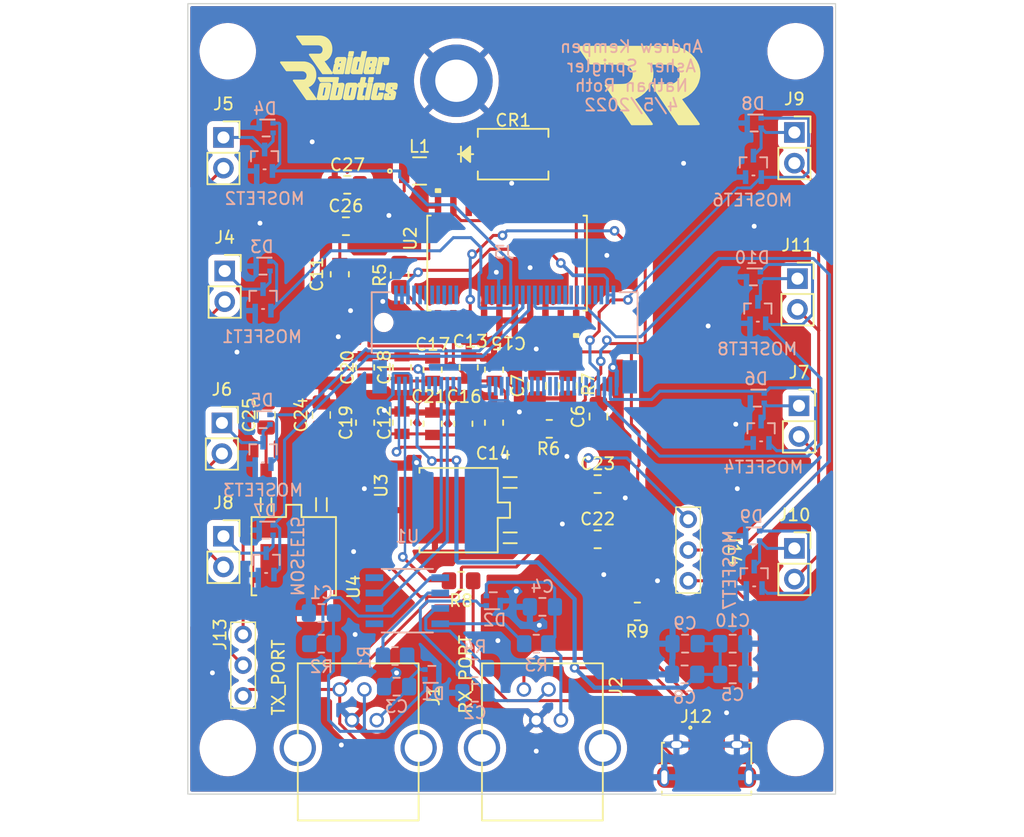
<source format=kicad_pcb>
(kicad_pcb (version 20220417) (generator pcbnew)
  (layers (0 "F.Cu" mixed) (1 "In1.Cu" signal) (2 "In2.Cu" signal) (31 "B.Cu" mixed) (34 "B.Paste" user) (35 "F.Paste" user) (36 "B.SilkS" user "B.Silkscreen") (37 "F.SilkS" user "F.Silkscreen") (38 "B.Mask" user) (39 "F.Mask" user) (44 "Edge.Cuts" user))
  (net 0 "")
  (net 1 "Net-(D1-A1)")
  (net 2 "GND")
  (net 3 "Net-(D2-A1)")
  (net 4 "Net-(D1-A2)")
  (net 5 "Net-(D2-A2)")
  (net 6 "Net-(C10-Pad1)")
  (net 7 "Net-(U2-BIAS)")
  (net 8 "Net-(C6-Pad1)")
  (net 9 "/220uF")
  (net 10 "/GPIO_1")
  (net 11 "/GPIO_0")
  (net 12 "/GPIO_2")
  (net 13 "/GPIO_5")
  (net 14 "Net-(U2-SW)")
  (net 15 "/GPIO_3")
  (net 16 "Net-(D3-A2)")
  (net 17 "/GPIO_7")
  (net 18 "Net-(D4-A2)")
  (net 19 "/GPIO_4")
  (net 20 "Net-(D5-A2)")
  (net 21 "/GPIO_6")
  (net 22 "Net-(D6-A2)")
  (net 23 "/USB_D+")
  (net 24 "Net-(D7-A2)")
  (net 25 "/USB_D-")
  (net 26 "Net-(D8-A2)")
  (net 27 "Net-(D9-A2)")
  (net 28 "Net-(D10-A2)")
  (net 30 "Net-(J3-USB_VIN)")
  (net 31 "/RS485_RXD")
  (net 33 "/RS485_TXD")
  (net 65 "/RS485_A_12V")
  (net 66 "/RS485_B_12V")
  (net 75 "/solenoid_power")
  (net 76 "Net-(J12-Pad2)")
  (net 77 "Net-(J12-Pad3)")
  (net 78 "Net-(J12-Pad1)")
  (net 79 "Net-(U1-Z)")
  (net 80 "Net-(U1-Y)")
  (net 81 "Net-(U1-A)")
  (net 82 "Net-(U1-B)")
  (net 83 "Net-(U2-PWRGD)")
  (net 84 "Net-(U2-COMP)")
  (net 85 "Net-(U1-VCC)")
  (net 86 "/solenoid_power_2")
  (net 87 "Net-(U3-OUTPUT)")
  (net 88 "Net-(U4-OUTPUT)")
  (net 89 "Net-(J13-Pin_1)")
  (net 90 "Net-(J14-Pin_1)")
  (footprint "Connector_PinSocket_2.54mm:PinSocket_1x02_P2.54mm_Vertical" (layer "F.Cu") (at 153.949 110.47825)
    (fp_text reference "J10")
    (fp_text value "Conn_01x02_Male")
  )
  (footprint "22U:CL21A226MQQNNNF" (layer "F.Cu") (at 118.4275 100.076 90)
    (fp_text reference "C19")
    (fp_text value "22uF" hide)
  )
  (footprint "22U:CL21A226MQQNNNF" (layer "F.Cu") (at 129.0955 95.6945 90)
    (fp_text reference "C15")
    (fp_text value "22uF" hide)
  )
  (footprint "Connector_PinSocket_2.54mm:PinSocket_1x02_P2.54mm_Vertical" (layer "F.Cu") (at 154.203 88.158)
    (fp_text reference "J11")
    (fp_text value "Conn_01x02_Male")
  )
  (footprint "MountingHole:MountingHole_2.5mm" (layer "F.Cu") (at 107.061 69.342)
    (fp_text reference "H2" hide)
    (fp_text value "MountingHole")
  )
  (footprint "Logos:Raider Robotics" (layer "F.Cu") (at 141.224 72.136)
    (fp_text reference "G***" hide)
    (fp_text value "LOGO" hide)
  )
  (footprint "Connector_PinSocket_2.54mm:PinSocket_1x02_P2.54mm_Vertical" (layer "F.Cu") (at 106.705 76.474)
    (fp_text reference "J5")
    (fp_text value "Conn_01x02_Male")
  )
  (footprint "22U:CL21A226MQQNNNF" (layer "F.Cu") (at 129.0955 100.076 90)
    (fp_text reference "C14")
    (fp_text value "22uF" hide)
  )
  (footprint "22U:CL21A226MQQNNNF" (layer "F.Cu") (at 118.4275 95.504 90)
    (fp_text reference "C20")
    (fp_text value "22uF" hide)
  )
  (footprint "RS485:RS485" (layer "F.Cu") (at 117.856 128.652)
    (fp_text reference "J1")
    (fp_text value "TX_PORT")
  )
  (footprint "12v5v:MC78M05CDTRKG" (layer "F.Cu") (at 112.522 111.125 180)
    (fp_text reference "U4")
    (fp_text value "MC78M05CDTRKG" hide)
  )
  (footprint "Capacitor_SMD:C_0805_2012Metric_Pad1.18x1.45mm_HandSolder" (layer "F.Cu") (at 137.668 105.156)
    (fp_text reference "C23")
    (fp_text value "1u")
  )
  (footprint "MBRS130L:MBRS130L" (layer "F.Cu") (at 130.6753 77.85735)
    (fp_text reference "CR1")
    (fp_text value "MBRS130L" hide)
  )
  (footprint "22U:CL21A226MQQNNNF" (layer "F.Cu") (at 126.5555 100.1642 90)
    (fp_text reference "C16")
    (fp_text value "22uF" hide)
  )
  (footprint "Capacitor_SMD:C_0805_2012Metric_Pad1.18x1.45mm_HandSolder" (layer "F.Cu") (at 110.236 99.441 90)
    (fp_text reference "C25")
    (fp_text value "1u")
  )
  (footprint "Header:Conn_1x3" (layer "F.Cu") (at 145.161 108.077 -90)
    (fp_text reference "J14")
    (fp_text value "Conn_01x03_Male")
  )
  (footprint "induct33u:LB3218T330M" (layer "F.Cu") (at 122.936 79.248)
    (fp_text reference "L1")
    (fp_text value "LB3218T330M (33uH)" hide)
  )
  (footprint "Capacitor_SMD:C_0805_2012Metric_Pad1.18x1.45mm_HandSolder" (layer "F.Cu") (at 132.6515 97.028 -90)
    (fp_text reference "C7")
    (fp_text value "0.01u")
  )
  (footprint "10118194-0001LF:AMPHENOL_10118194-0001LF" (layer "F.Cu") (at 146.685 129.413)
    (fp_text reference "J12")
    (fp_text value "10118194-0001LF")
  )
  (footprint "22U:CL21A226MQQNNNF" (layer "F.Cu") (at 124.0155 95.6945 90)
    (fp_text reference "C17")
    (fp_text value "22uF" hide)
  )
  (footprint "MountingHole:MountingHole_2.5mm" (layer "F.Cu") (at 107.061 127)
    (fp_text reference "H4" hide)
    (fp_text value "MountingHole")
  )
  (footprint "MountingHole:MountingHole_2.5mm" (layer "F.Cu") (at 154.051 69.342)
    (fp_text reference "H1" hide)
    (fp_text value "MountingHole")
  )
  (footprint "33sw:MIC2178-3.3YWM" (layer "F.Cu") (at 130.175 86.868 -90)
    (fp_text reference "U2")
    (fp_text value "MIC2178-3.3YWM" hide)
  )
  (footprint "22U:CL21A226MQQNNNF" (layer "F.Cu") (at 121.4755 95.504 90)
    (fp_text reference "C18")
    (fp_text value "22uF" hide)
  )
  (footprint "Connector_PinSocket_2.54mm:PinSocket_1x02_P2.54mm_Vertical" (layer "F.Cu") (at 106.807 87.523)
    (fp_text reference "J4")
    (fp_text value "Conn_01x02_Male")
  )
  (footprint "Resistor_SMD:R_0805_2012Metric_Pad1.20x1.40mm_HandSolder" (layer "F.Cu") (at 140.954 115.697 180)
    (fp_text reference "R9")
    (fp_text value "27")
  )
  (footprint "Capacitor_SMD:C_0805_2012Metric_Pad1.18x1.45mm_HandSolder" (layer "F.Cu") (at 137.668 109.728)
    (fp_text reference "C22")
    (fp_text value "1u")
  )
  (footprint "Capacitor_SMD:C_0805_2012Metric_Pad1.18x1.45mm_HandSolder" (layer "F.Cu") (at 114.808 99.441 90)
    (fp_text reference "C24")
    (fp_text value "1u")
  )
  (footprint "Resistor_SMD:R_0805_2012Metric_Pad1.20x1.40mm_HandSolder" (layer "F.Cu") (at 133.6675 100.584)
    (fp_text reference "R6")
    (fp_text value "10k")
  )
  (footprint "Capacitor_SMD:C_0805_2012Metric_Pad1.18x1.45mm_HandSolder" (layer "F.Cu") (at 137.7315 99.568 90)
    (fp_text reference "C6")
    (fp_text value "6.8n")
  )
  (footprint "Resistor_SMD:R_0805_2012Metric_Pad1.20x1.40mm_HandSolder" (layer "F.Cu") (at 135.1915 97.028 -90)
    (fp_text reference "R7")
    (fp_text value "10k")
  )
  (footprint "Resistor_SMD:R_0805_2012Metric_Pad1.20x1.40mm_HandSolder" (layer "F.Cu") (at 126.365 113.157 180)
    (fp_text reference "R8")
    (fp_text value "27")
  )
  (footprint "22U:CL21A226MQQNNNF" (layer "F.Cu") (at 127 95.504 90)
    (fp_text reference "C13")
    (fp_text value "22uF" hide)
  )
  (footprint "Connector_PinSocket_2.54mm:PinSocket_1x02_P2.54mm_Vertical" (layer "F.Cu") (at 153.949 76.06125)
    (fp_text reference "J9")
    (fp_text value "Conn_01x02_Male")
  )
  (footprint "22U:CL21A226MQQNNNF" (layer "F.Cu") (at 116.332 87.7958 -90)
    (fp_text reference "C11")
    (fp_text value "CL21A226MQQNNNF (22uF)" hide)
  )
  (footprint "Capacitor_SMD:C_0805_2012Metric_Pad1.18x1.45mm_HandSolder" (layer "F.Cu") (at 116.84 83.82)
    (fp_text reference "C26")
    (fp_text value "1u")
  )
  (footprint "Resistor_SMD:R_0805_2012Metric_Pad1.20x1.40mm_HandSolder" (layer "F.Cu") (at 121.285 87.868 90)
    (fp_text reference "R5")
    (fp_text value "20k")
  )
  (footprint "MountingHole:MountingHole_2.5mm" (layer "F.Cu") (at 154.051 127)
    (fp_text reference "H3" hide)
    (fp_text value "MountingHole")
  )
  (footprint "Header:Conn_1x3" (layer "F.Cu") (at 108.331 117.602 -90)
    (fp_text reference "J13")
    (fp_text value "Conn_01x03_Male")
  )
  (footprint "Connector_PinSocket_2.54mm:PinSocket_1x02_P2.54mm_Vertical" (layer "F.Cu") (at 154.33 98.679)
    (fp_text reference "J7")
    (fp_text value "Conn_01x02_Male")
  )
  (footprint "22U:CL21A226MQQNNNF" (layer "F.Cu") (at 121.4755 100.076 90)
    (fp_text reference "C12")
    (fp_text value "22uF" hide)
  )
  (footprint "Connector_PinSocket_2.54mm:PinSocket_1x02_P2.54mm_Vertical" (layer "F.Cu") (at 106.578 100.096)
    (fp_text reference "J6")
    (fp_text value "Conn_01x02_Male")
  )
  (footprint "22U:CL21A226MQQNNNF" (layer "F.Cu") (at 124.0155 100.1642 90)
    (fp_text reference "C21")
    (fp_text value "22uF" hide)
  )
  (footprint "Capacitor_SMD:C_0805_2012Metric_Pad1.18x1.45mm_HandSolder" (layer "F.Cu") (at 116.951 80.391 180)
    (fp_text reference "C27")
    (fp_text value "0.1u")
  )
  (footprint "Connector_PinSocket_2.54mm:PinSocket_1x02_P2.54mm_Vertical" (layer "F.Cu") (at 106.705 109.474)
    (fp_text reference "J8")
    (fp_text value "Conn_01x02_Male")
  )
  (footprint "12v5v:MC78M05CDTRKG" (layer "F.Cu") (at 126.1618 107.315 90)
    (fp_text reference "U3")
    (fp_text value "MC78M05CDTRKG" hide)
  )
  (footprint "RS485:RS485" (layer "F.Cu") (at 133.096 128.652)
    (fp_text reference "J2")
    (fp_text value "RX_PORT")
  )
  (footprint "Capacitor_SMD:C_0805_2012Metric_Pad1.18x1.45mm_HandSolder" (layer "B.Cu") (at 148.844 118.364)
    (fp_text reference "C10")
    (fp_text value "0.1u")
  )
  (footprint "Resistor_SMD:R_0805_2012Metric_Pad1.20x1.40mm_HandSolder" (layer "B.Cu") (at 127.508 120.396)
    (fp_text reference "R4")
    (fp_text value "10")
  )
  (footprint "Capacitor_SMD:C_0805_2012Metric_Pad1.18x1.45mm_HandSolder" (layer "B.Cu") (at 144.907 118.364 180)
    (fp_text reference "C9")
    (fp_text value "0.1u")
  )
  (footprint "Capacitor_SMD:C_0805_2012Metric_Pad1.18x1.45mm_HandSolder" (layer "B.Cu") (at 121.031 121.92 180)
    (fp_text reference "C3")
    (fp_text value "0.1u")
  )
  (footprint "Package_TO_SOT_SMD:SOT-723" (layer "B.Cu") (at 150.876 98.044 180)
    (fp_text reference "D6")
    (fp_text value "D_TVS_x2_AAC")
  )
  (footprint "Package_TO_SOT_SMD:SOT-723" (layer "B.Cu") (at 109.982 87.122 180)
    (fp_text reference "D3")
    (fp_text value "D_TVS_x2_AAC")
  )
  (footprint "Capacitor_SMD:C_0805_2012Metric_Pad1.18x1.45mm_HandSolder" (layer "B.Cu") (at 148.844 120.904)
    (fp_text reference "C5")
    (fp_text value "10n")
  )
  (footprint "Capacitor_SMD:C_0805_2012Metric_Pad1.18x1.45mm_HandSolder" (layer "B.Cu") (at 144.864 120.904 180)
    (fp_text reference "C8")
    (fp_text value "10n")
  )
  (footprint "Package_TO_SOT_SMD:SOT-723" (layer "B.Cu") (at 109.982 99.822 180)
    (fp_text reference "D5")
    (fp_text value "D_TVS_x2_AAC")
  )
  (footprint "SSM3K7002KFU:SSM3K7002KFU" (layer "B.Cu") (at 151.1935 100.86975 180)
    (fp_text reference "MOSFET4")
    (fp_text value "SSM3K7002KFU" hide)
  )
  (footprint "SSM3K7002KFU:SSM3K7002KFU" (layer "B.Cu") (at 150.5585 78.867 180)
    (fp_text reference "MOSFET6")
    (fp_text value "SSM3K7002KFU" hide)
  )
  (footprint "mm-m:M.2-CONNECTOR-E" (layer "B.Cu") (at 129.9755 91.78125 180)
    (fp_text reference "J3")
    (fp_text value "MICROMOD-2222" hide)
  )
  (footprint "Package_TO_SOT_SMD:SOT-723" (layer "B.Cu") (at 150.495 109.44225 180)
    (fp_text reference "D9")
    (fp_text value "D_TVS_x2_AAC")
  )
  (footprint "Package_TO_SOT_SMD:SOT-723" (layer "B.Cu") (at 123.952 120.904)
    (fp_text reference "D1")
    (fp_text value "D_TVS_x2_AAC")
  )
  (footprint "Package_TO_SOT_SMD:SOT-723" (layer "B.Cu") (at 110.236 108.966 180)
    (fp_text reference "D7")
    (fp_text value "D_TVS_x2_AAC")
  )
  (footprint "SSM3K7002KFU:SSM3K7002KFU" (layer "B.Cu") (at 150.622 112.87125 180)
    (fp_text reference "MOSFET7")
    (fp_text value "SSM3K7002KFU" hide)
  )
  (footprint "SSM3K7002KFU:SSM3K7002KFU" (layer "B.Cu") (at 110.236 111.76 180)
    (fp_text reference "MOSFET5")
    (fp_text value "SSM3K7002KFU" hide)
  )
  (footprint "SSM3K7002KFU:SSM3K7002KFU" (layer "B.Cu") (at 150.924501 90.96375 180)
    (fp_text reference "MOSFET8")
    (fp_text value "SSM3K7002KFU" hide)
  )
  (footprint "SSM3K7002KFU:SSM3K7002KFU" (layer "B.Cu") (at 110.109 78.359 180)
    (fp_text reference "MOSFET2")
    (fp_text value "SSM3K7002KFU" hide)
  )
  (footprint "Package_TO_SOT_SMD:SOT-723" (layer "B.Cu") (at 150.622 75.27925 180)
    (fp_text reference "D8")
    (fp_text value "D_TVS_x2_AAC")
  )
  (footprint "MicroMod_ATP_CarrierBoard:STAND-OFF-REFLOW-M2.5" (layer "B.Cu") (at 125.9795 71.78325 180)
    (fp_text reference "H5" hide)
    (fp_text value "STAND-OFF-REFLOW2.5MM_TALL" hide)
  )
  (footprint "Resistor_SMD:R_0805_2012Metric_Pad1.20x1.40mm_HandSolder" (layer "B.Cu") (at 114.808 118.364 180)
    (fp_text reference "R2")
    (fp_text value "10")
  )
  (footprint "Capacitor_SMD:C_0805_2012Metric_Pad1.18x1.45mm_HandSolder" (layer "B.Cu") (at 133.096 115.316 180)
    (fp_text reference "C4")
    (fp_text value "0.1u")
  )
  (footprint "RS_UART:ISL83490IBZ" (layer "B.Cu") (at 121.92 114.808)
    (fp_text reference "U1")
    (fp_text value "ISL83490IBZ" hide)
  )
  (footprint "Package_TO_SOT_SMD:SOT-723" (layer "B.Cu") (at 150.5585 88.011 180)
    (fp_text reference "D10")
    (fp_text value "D_TVS_x2_AAC")
  )
  (footprint "Package_TO_SOT_SMD:SOT-723" (layer "B.Cu") (at 129.032 114.808)
    (fp_text reference "D2")
    (fp_text value "D_TVS_x2_AAC")
  )
  (footprint "Package_TO_SOT_SMD:SOT-723" (layer "B.Cu") (at 110.236 75.692 180)
    (fp_text reference "D4")
    (fp_text value "D_TVS_x2_AAC")
  )
  (footprint "Capacitor_SMD:C_0805_2012Metric_Pad1.18x1.45mm_HandSolder" (layer "B.Cu") (at 114.808 115.824 180)
    (fp_text reference "C1")
    (fp_text value "0.1u")
  )
  (footprint "Resistor_SMD:R_0805_2012Metric_Pad1.20x1.40mm_HandSolder" (layer "B.Cu") (at 132.588 118.364 180)
    (fp_text reference "R3")
    (fp_text value "10")
  )
  (footprint "Resistor_SMD:R_0805_2012Metric_Pad1.20x1.40mm_HandSolder" (layer "B.Cu") (at 120.904 119.38 180)
    (fp_text reference "R1")
    (fp_text value "10")
  )
  (footprint "Capacitor_SMD:C_0805_2012Metric_Pad1.18x1.45mm_HandSolder" (layer "B.Cu") (at 127.508 122.428 180)
    (fp_text reference "C2")
    (fp_text value "0.1u")
  )
  (footprint "SSM3K7002KFU:SSM3K7002KFU" (layer "B.Cu") (at 109.982 89.916 180)
    (fp_text reference "MOSFET1")
    (fp_text value "SSM3K7002KFU" hide)
  )
  (footprint "SSM3K7002KFU:SSM3K7002KFU" (layer "B.Cu") (at 109.982 102.616 180)
    (fp_text reference "MOSFET3")
    (fp_text value "SSM3K7002KFU" hide)
  )
  (gr_poly (pts (xy 117.41652 72.016228) (xy 117.554548 72.018163) (xy 117.623648 72.020752) (xy 117.629776 72.021704) (xy 117.635517 72.02275) (xy 117.640963 72.023915) (xy 117.646205 72.025224) (xy 117.651332 72.026701) (xy 117.656436 72.028372) (xy 117.661607 72.030262) (xy 117.666936 72.032394) (xy 117.666617 72.031865) (xy 117.671978 72.034451) (xy 117.677069 72.037157) (xy 117.681891 72.039989) (xy 117.686447 72.042955) (xy 117.690739 72.046062) (xy 117.694769 72.049319) (xy 117.698538 72.052732) (xy 117.70205 72.05631) (xy 117.705304 72.060061) (xy 117.708305 72.063991) (xy 117.711054 72.068109) (xy 117.713552 72.072422) (xy 117.715801 72.076938) (xy 117.717805 72.081665) (xy 117.719564 72.086609) (xy 117.721081 72.09178) (xy 117.722358 72.097183) (xy 117.723396 72.102829) (xy 117.724198 72.108722) (xy 117.724766 72.114873) (xy 117.725102 72.121287) (xy 117.725207 72.127973) (xy 117.725084 72.134939) (xy 117.724734 72.142191) (xy 117.72416 72.149738) (xy 117.723364 72.157588) (xy 117.722348 72.165748) (xy 117.721113 72.174225) (xy 117.719662 72.183027) (xy 117.717996 72.192163) (xy 117.71403 72.211464) (xy 117.540252 73.082684) (xy 117.531627 73.119511) (xy 117.523305 73.152062) (xy 117.51508 73.180601) (xy 117.506746 73.205388) (xy 117.498095 73.226687) (xy 117.493586 73.236109) (xy 117.48892 73.244757) (xy 117.484071 73.252664) (xy 117.479014 73.259862) (xy 117.473723 73.266385) (xy 117.468172 73.272264) (xy 117.462335 73.277532) (xy 117.456185 73.282223) (xy 117.449698 73.286369) (xy 117.442848 73.290003) (xy 117.435608 73.293157) (xy 117.427953 73.295864) (xy 117.419856 73.298157) (xy 117.411293 73.300069) (xy 117.392662 73.30288) (xy 117.371852 73.304558) (xy 117.348657 73.305366) (xy 117.322871 73.305565) (xy 116.750523 73.305565) (xy 116.744971 73.305376) (xy 116.739589 73.304815) (xy 116.734379 73.303892) (xy 116.729345 73.302616) (xy 116.72449 73.300995) (xy 116.719817 73.299039) (xy 116.71533 73.296758) (xy 116.711032 73.29416) (xy 116.706926 73.291254) (xy 116.703014 73.28805) (xy 116.699302 73.284556) (xy 116.695791 73.280782) (xy 116.692485 73.276738) (xy 116.689387 73.272432) (xy 116.6865 73.267873) (xy 116.683828 73.26307) (xy 116.681374 73.258033) (xy 116.679141 73.252771) (xy 116.677132 73.247293) (xy 116.675351 73.241609) (xy 116.6738 73.235726) (xy 116.672483 73.229655) (xy 116.671404 73.223405) (xy 116.670565 73.216984) (xy 116.66997 73.210402) (xy 116.669621 73.203669) (xy 116.669523 73.196792) (xy 116.669678 73.189782) (xy 116.670089 73.182648) (xy 116.67076 73.175398) (xy 116.671695 73.168043) (xy 116.672895 73.16059) (xy 116.689505 73.074746) (xy 116.970764 73.074746) (xy 117.250904 73.074746) (xy 117.411876 72.271154) (xy 117.405632 72.271154) (xy 117.405314 72.27126) (xy 117.131099 72.271154) (xy 116.970764 73.074746) (xy 116.689505 73.074746) (xy 116.86948 72.144577) (xy 116.87257 72.135777) (xy 116.875817 72.127351) (xy 116.879233 72.119293) (xy 116.88283 72.111596) (xy 116.886621 72.104254) (xy 116.890616 72.097259) (xy 116.894829 72.090605) (xy 116.899272 72.084287) (xy 116.903957 72.078296) (xy 116.908895 72.072628) (xy 116.9141 72.067274) (xy 116.919583 72.062229) (xy 116.925357 72.057485) (xy 116.931433 72.053037) (xy 116.937824 72.048878) (xy 116.944543 72.045001) (xy 116.9516 72.0414) (xy 116.959009 72.038068) (xy 116.966781 72.034998) (xy 116.974929 72.032184) (xy 116.983465 72.029619) (xy 116.992401 72.027298) (xy 117.00175 72.025212) (xy 117.011522 72.023357) (xy 117.021732 72.021724) (xy 117.032389 72.020308) (xy 117.0551 72.018099) (xy 117.079752 72.016677) (xy 117.106442 72.01599) (xy 117.252755 72.015365)) (stroke (width 0.153)) (fill solid) (layer "F.SilkS"))
  (gr_poly (pts (xy 119.016416 71.860732) (xy 118.720083 71.86052) (xy 118.781148 71.552863) (xy 119.055679 71.552863) (xy 119.056103 71.552651) (xy 119.07727 71.552651)) (stroke (width 0.153)) (fill solid) (layer "F.SilkS"))
  (gr_poly (pts (xy 120.739065 72.015937) (xy 120.876682 72.017604) (xy 120.923307 72.018809) (xy 120.948615 72.020223) (xy 120.954255 72.020936) (xy 120.959341 72.021662) (xy 120.963986 72.022422) (xy 120.9683 72.023239) (xy 120.972397 72.024136) (xy 120.976386 72.025135) (xy 120.980381 72.026257) (xy 120.984492 72.027526) (xy 120.984492 72.027525) (xy 120.984917 72.027525) (xy 120.990804 72.029769) (xy 120.996403 72.032162) (xy 121.001717 72.03471) (xy 121.006748 72.037423) (xy 121.011499 72.04031) (xy 121.015972 72.043378) (xy 121.02017 72.046637) (xy 121.024096 72.050094) (xy 121.027752 72.053759) (xy 121.031142 72.057639) (xy 121.034267 72.061743) (xy 121.03713 72.066079) (xy 121.039735 72.070657) (xy 121.042083 72.075484) (xy 121.044178 72.080568) (xy 121.046021 72.085919) (xy 121.047616 72.091545) (xy 121.048966 72.097453) (xy 121.050072 72.103654) (xy 121.050938 72.110154) (xy 121.051567 72.116963) (xy 121.05196 72.124089) (xy 121.052121 72.13154) (xy 121.052052 72.139325) (xy 121.051756 72.147453) (xy 121.051235 72.155931) (xy 121.050493 72.164768) (xy 121.049531 72.173973) (xy 121.048353 72.183554) (xy 121.046961 72.19352) (xy 121.043547 72.214639) (xy 120.999837 72.442921) (xy 120.719486 72.442815) (xy 120.755363 72.244378) (xy 120.498399 72.244484) (xy 120.459134 72.433396) (xy 120.878447 72.713326) (xy 120.887035 72.72133) (xy 120.890958 72.725243) (xy 120.894637 72.729119) (xy 120.898077 72.732974) (xy 120.90128 72.736825) (xy 120.904249 72.740688) (xy 120.906987 72.744579) (xy 120.909497 72.748517) (xy 120.911783 72.752515) (xy 120.913847 72.756593) (xy 120.915693 72.760765) (xy 120.917323 72.765048) (xy 120.918741 72.769459) (xy 120.919949 72.774014) (xy 120.920952 72.778731) (xy 120.921751 72.783624) (xy 120.92235 72.788712) (xy 120.922753 72.79401) (xy 120.922961 72.799534) (xy 120.922979 72.805302) (xy 120.922809 72.81133) (xy 120.922455 72.817635) (xy 120.921919 72.824232) (xy 120.920314 72.838372) (xy 120.918021 72.853881) (xy 120.915063 72.870893) (xy 120.911466 72.889538) (xy 120.846945 73.189725) (xy 120.844139 73.201538) (xy 120.840581 73.213022) (xy 120.836225 73.224116) (xy 120.833732 73.229498) (xy 120.831022 73.23476) (xy 120.828089 73.239895) (xy 120.824927 73.244895) (xy 120.82153 73.249752) (xy 120.817893 73.25446) (xy 120.814008 73.25901) (xy 120.809871 73.263395) (xy 120.805475 73.267608) (xy 120.800815 73.27164) (xy 120.795885 73.275485) (xy 120.790678 73.279136) (xy 120.785189 73.282583) (xy 120.779413 73.285821) (xy 120.773342 73.288841) (xy 120.766972 73.291637) (xy 120.760297 73.2942) (xy 120.75331 73.296522) (xy 120.746005 73.298598) (xy 120.738377 73.300418) (xy 120.73042 73.301976) (xy 120.722128 73.303264) (xy 120.713496 73.304274) (xy 120.704516 73.304999) (xy 120.695184 73.305432) (xy 120.685493 73.305565) (xy 120.086337 73.305565) (xy 120.081036 73.305214) (xy 120.076004 73.304449) (xy 120.071238 73.303278) (xy 120.066737 73.301711) (xy 120.062497 73.299754) (xy 120.058516 73.297416) (xy 120.054791 73.294705) (xy 120.05132 73.291629) (xy 120.048101 73.288197) (xy 120.045129 73.284416) (xy 120.042404 73.280295) (xy 120.039922 73.275843) (xy 120.037681 73.271066) (xy 120.035678 73.265974) (xy 120.033911 73.260575) (xy 120.032376 73.254876) (xy 120.031072 73.248886) (xy 120.029996 73.242613) (xy 120.029145 73.236066) (xy 120.028516 73.229252) (xy 120.028108 73.22218) (xy 120.027916 73.214857) (xy 120.02794 73.207293) (xy 120.028176 73.199495) (xy 120.028621 73.191471) (xy 120.029274 73.183229) (xy 120.03013 73.174779) (xy 120.031189 73.166127) (xy 120.032447 73.157283) (xy 120.033901 73.148254) (xy 120.03555 73.139048) (xy 120.03739 73.129674) (xy 120.086391 72.889327) (xy 120.368648 72.889115) (xy 120.326103 73.100781) (xy 120.585924 73.100887) (xy 120.627199 72.897899) (xy 120.201512 72.616118) (xy 120.197798 72.613227) (xy 120.194277 72.610312) (xy 120.190949 72.607368) (xy 120.187808 72.604392) (xy 120.184854 72.601381) (xy 120.182082 72.598331) (xy 120.17949 72.595238) (xy 120.177075 72.592099) (xy 120.174834 72.58891) (xy 120.172765 72.585667) (xy 120.170864 72.582367) (xy 120.169128 72.579005) (xy 120.167555 72.57558) (xy 120.166141 72.572086) (xy 120.164884 72.56852) (xy 120.163781 72.564878) (xy 120.162829 72.561158) (xy 120.162026 72.557354) (xy 120.161367 72.553465) (xy 120.160851 72.549485) (xy 120.160474 72.545411) (xy 120.160234 72.54124) (xy 120.160127 72.536968) (xy 120.160152 72.532592) (xy 120.160581 72.523511) (xy 120.161499 72.513967) (xy 120.162882 72.503933) (xy 120.164708 72.493378) (xy 120.238685 72.123914) (xy 120.241702 72.111335) (xy 120.245303 72.099474) (xy 120.247361 72.093818) (xy 120.249609 72.088345) (xy 120.252063 72.083059) (xy 120.254737 72.077961) (xy 120.257646 72.073053) (xy 120.260805 72.068336) (xy 120.264228 72.063812) (xy 120.267931 72.059483) (xy 120.271929 72.055351) (xy 120.276235 72.051416) (xy 120.280865 72.047682) (xy 120.285834 72.044148) (xy 120.291157 72.040819) (xy 120.296847 72.037694) (xy 120.302921 72.034775) (xy 120.309393 72.032066) (xy 120.316277 72.029566) (xy 120.323589 72.027277) (xy 120.331343 72.025203) (xy 120.339554 72.023343) (xy 120.348236 72.0217) (xy 120.357406 72.020276) (xy 120.367077 72.019072) (xy 120.377264 72.018089) (xy 120.387982 72.017331) (xy 120.399246 72.016797) (xy 120.41107 72.016491) (xy 120.42347 72.016413) (xy 120.574938 72.015461)) (stroke (width 0.153)) (fill solid) (layer "F.SilkS"))
  (gr_poly (pts (xy 120.260226 69.890435) (xy 120.271542 69.890887) (xy 120.282619 69.891735) (xy 120.293388 69.893061) (xy 120.30378 69.894946) (xy 120.313726 69.897473) (xy 120.323155 69.900722) (xy 120.327654 69.902644) (xy 120.331998 69.904777) (xy 120.336178 69.907131) (xy 120.340186 69.909718) (xy 120.344013 69.912546) (xy 120.34765 69.915627) (xy 120.351088 69.91897) (xy 120.354319 69.922587) (xy 120.357334 69.926486) (xy 120.360125 69.930678) (xy 120.362683 69.935174) (xy 120.364998 69.939984) (xy 120.367063 69.945117) (xy 120.368869 69.950585) (xy 120.370406 69.956397) (xy 120.371668 69.962563) (xy 120.372643 69.969095) (xy 120.373325 69.976001) (xy 120.373704 69.983292) (xy 120.373772 69.990979) (xy 120.304899 70.410275) (xy 120.013608 70.406306) (xy 120.06166 70.14068) (xy 119.845443 70.144457) (xy 119.642488 71.162421) (xy 119.350483 71.162421) (xy 119.60373 69.886982)) (stroke (width 0.153)) (fill solid) (layer "F.SilkS"))
  (gr_poly (pts (xy 116.090335 72.074304) (xy 116.126231 72.065673) (xy 116.140455 72.062671) (xy 116.148498 72.061199) (xy 116.15787 72.059632) (xy 116.182732 72.055875) (xy 116.219295 72.050714) (xy 116.344547 72.033452) (xy 116.385677 72.028124) (xy 116.423164 72.024034) (xy 116.457158 72.021226) (xy 116.487809 72.019743) (xy 116.515266 72.019628) (xy 116.539679 72.020924) (xy 116.561198 72.023675) (xy 116.579973 72.027922) (xy 116.596153 72.03371) (xy 116.603317 72.037195) (xy 116.609888 72.041082) (xy 116.615886 72.045374) (xy 116.621329 72.050079) (xy 116.626235 72.055202) (xy 116.630624 72.060747) (xy 116.634514 72.06672) (xy 116.637923 72.073127) (xy 116.643377 72.087264) (xy 116.647135 72.103199) (xy 116.649346 72.120976) (xy 116.649707 72.126554) (xy 116.649946 72.131774) (xy 116.649961 72.134562) (xy 116.649874 72.137636) (xy 116.649662 72.141123) (xy 116.649301 72.145146) (xy 116.648766 72.149831) (xy 116.648035 72.155304) (xy 116.647083 72.16169) (xy 116.645887 72.169115) (xy 116.644422 72.177703) (xy 116.642666 72.187579) (xy 116.638182 72.211702) (xy 116.632244 72.242484) (xy 116.624663 72.280929) (xy 116.615247 72.32804) (xy 116.603806 72.384819) (xy 116.574089 72.531392) (xy 116.533989 72.728671) (xy 116.439903 73.19148) (xy 116.437522 73.197671) (xy 116.434866 73.203722) (xy 116.431942 73.209629) (xy 116.428755 73.21539) (xy 116.425313 73.221002) (xy 116.42162 73.226462) (xy 116.417683 73.231767) (xy 116.413507 73.236913) (xy 116.4091 73.241899) (xy 116.404466 73.246722) (xy 116.399612 73.251377) (xy 116.394544 73.255864) (xy 116.389267 73.260178) (xy 116.383789 73.264316) (xy 116.378114 73.268277) (xy 116.372249 73.272057) (xy 116.3662 73.275653) (xy 116.359972 73.279062) (xy 116.353573 73.282281) (xy 116.347007 73.285308) (xy 116.340281 73.28814) (xy 116.333401 73.290773) (xy 116.326373 73.293205) (xy 116.319203 73.295433) (xy 116.311897 73.297454) (xy 116.30446 73.299265) (xy 116.2969 73.300864) (xy 116.289221 73.302246) (xy 116.28143 73.303411) (xy 116.273534 73.304354) (xy 116.265537 73.305073) (xy 116.257446 73.305564) (xy 115.548999 73.305564) (xy 115.595009 73.074852) (xy 115.892534 73.074852) (xy 115.941164 73.074773) (xy 115.989794 73.074852) (xy 116.068167 73.074895) (xy 116.092103 73.074283) (xy 116.101237 73.073676) (xy 116.108857 73.072815) (xy 116.115241 73.071658) (xy 116.12067 73.070166) (xy 116.125424 73.068297) (xy 116.129782 73.066011) (xy 116.134025 73.063268) (xy 116.138433 73.060026) (xy 116.148862 73.051886) (xy 116.154069 73.047568) (xy 116.158704 73.043499) (xy 116.160828 73.0415) (xy 116.162837 73.039491) (xy 116.164737 73.037451) (xy 116.166538 73.035356) (xy 116.168248 73.033182) (xy 116.169877 73.030906) (xy 116.171433 73.028504) (xy 116.172926 73.025953) (xy 116.174362 73.023229) (xy 116.175753 73.020309) (xy 116.177105 73.017169) (xy 116.178429 73.013786) (xy 116.179733 73.010137) (xy 116.181025 73.006197) (xy 116.182314 73.001943) (xy 116.18361 72.997353) (xy 116.184921 72.992402) (xy 116.186255 72.987067) (xy 116.189031 72.97515) (xy 116.192006 72.961416) (xy 116.195252 72.945675) (xy 116.202836 72.907424) (xy 116.294118 72.442882) (xy 116.311303 72.363025) (xy 116.332694 72.271154) (xy 116.052341 72.271154) (xy 115.892534 73.074852) (xy 115.595009 73.074852) (xy 115.844908 71.821785) (xy 114.75673 71.821997) (xy 114.583798 71.553921) (xy 116.195111 71.553921)) (stroke (width 0.153)) (fill solid) (layer "F.SilkS"))
  (gr_poly (pts (xy 115.440314 72.018441) (xy 115.449995 72.018899) (xy 115.45923 72.019878) (xy 115.468026 72.021357) (xy 115.476391 72.023312) (xy 115.484329 72.025723) (xy 115.491848 72.028566) (xy 115.498953 72.03182) (xy 115.505653 72.035462) (xy 115.511952 72.03947) (xy 115.517857 72.043822) (xy 115.523375 72.048496) (xy 115.528513 72.053469) (xy 115.533276 72.05872) (xy 115.537671 72.064226) (xy 115.541704 72.069965) (xy 115.545383 72.075915) (xy 115.548712 72.082054) (xy 115.5517 72.088359) (xy 115.554351 72.094809) (xy 115.556674 72.101381) (xy 115.558673 72.108053) (xy 115.560356 72.114802) (xy 115.561729 72.121608) (xy 115.562799 72.128446) (xy 115.563571 72.135296) (xy 115.564052 72.142135) (xy 115.564249 72.148941) (xy 115.564169 72.155692) (xy 115.563817 72.162365) (xy 115.563199 72.168939) (xy 115.562324 72.17539) (xy 115.561196 72.181698) (xy 115.369716 73.146078) (xy 115.365596 73.165049) (xy 115.361123 73.182728) (xy 115.356282 73.199135) (xy 115.351057 73.214291) (xy 115.345432 73.228218) (xy 115.339393 73.240937) (xy 115.332923 73.25247) (xy 115.326007 73.262839) (xy 115.31863 73.272063) (xy 115.310777 73.280166) (xy 115.30243 73.287168) (xy 115.293576 73.29309) (xy 115.284199 73.297955) (xy 115.274283 73.301783) (xy 115.263812 73.304596) (xy 115.252772 73.306416) (xy 114.561573 73.305569) (xy 114.558331 73.305665) (xy 114.55508 73.305507) (xy 114.55183 73.305103) (xy 114.548588 73.304457) (xy 114.545363 73.303578) (xy 114.542165 73.302472) (xy 114.539002 73.301146) (xy 114.535882 73.299607) (xy 114.532816 73.297862) (xy 114.529811 73.295917) (xy 114.526876 73.29378) (xy 114.52402 73.291456) (xy 114.521252 73.288954) (xy 114.518581 73.286279) (xy 114.516015 73.283439) (xy 114.513564 73.28044) (xy 114.511235 73.277289) (xy 114.509038 73.273994) (xy 114.506982 73.27056) (xy 114.505075 73.266995) (xy 114.503327 73.263306) (xy 114.501745 73.259499) (xy 114.500339 73.255581) (xy 114.499118 73.251559) (xy 114.49809 73.24744) (xy 114.497264 73.24323) (xy 114.496649 73.238937) (xy 114.496254 73.234567) (xy 114.496087 73.230127) (xy 114.496158 73.225624) (xy 114.496474 73.221065) (xy 114.497046 73.216456) (xy 114.525322 73.074746) (xy 114.814409 73.074746) (xy 115.094868 73.074746) (xy 115.255733 72.271154) (xy 115.249595 72.271154) (xy 115.249172 72.27126) (xy 114.975064 72.271154) (xy 114.814409 73.074746) (xy 114.525322 73.074746) (xy 114.718507 72.106563) (xy 114.720835 72.098882) (xy 114.723411 72.091653) (xy 114.72623 72.084862) (xy 114.729288 72.078495) (xy 114.732579 72.072539) (xy 114.736099 72.066979) (xy 114.739843 72.061803) (xy 114.743807 72.056996) (xy 114.747986 72.052544) (xy 114.752374 72.048435) (xy 114.756968 72.044654) (xy 114.761763 72.041187) (xy 114.766753 72.038021) (xy 114.771935 72.035143) (xy 114.777303 72.032538) (xy 114.782853 72.030193) (xy 114.788581 72.028094) (xy 114.79448 72.026227) (xy 114.800548 72.024579) (xy 114.806778 72.023136) (xy 114.813166 72.021884) (xy 114.819708 72.02081) (xy 114.833235 72.019139) (xy 114.847318 72.018014) (xy 114.861922 72.017326) (xy 114.877009 72.016964) (xy 114.89254 72.016819)) (stroke (width 0.153)) (fill solid) (layer "F.SilkS"))
  (gr_poly (pts (xy 113.380956 70.261067) (xy 113.408631 70.262926) (xy 113.437429 70.265949) (xy 113.467112 70.270065) (xy 113.497439 70.2752) (xy 113.528171 70.28128) (xy 113.559067 70.288232) (xy 113.58989 70.295983) (xy 113.620397 70.304459) (xy 113.650351 70.313587) (xy 113.679511 70.323293) (xy 113.707638 70.333505) (xy 113.734491 70.344149) (xy 113.759832 70.355151) (xy 113.78342 70.366439) (xy 113.805016 70.377938) (xy 113.842726 70.400564) (xy 113.877429 70.422889) (xy 113.909348 70.444976) (xy 113.938705 70.466887) (xy 113.965723 70.488683) (xy 113.990624 70.510426) (xy 114.013631 70.532178) (xy 114.034966 70.554001) (xy 114.054852 70.575957) (xy 114.073512 70.598108) (xy 114.091168 70.620516) (xy 114.108043 70.643243) (xy 114.140339 70.689899) (xy 114.17218 70.738573) (xy 114.182705 70.756734) (xy 114.193618 70.777119) (xy 114.204782 70.799562) (xy 114.216059 70.8239) (xy 114.227315 70.849969) (xy 114.238411 70.877605) (xy 114.249211 70.906643) (xy 114.259579 70.936921) (xy 114.269378 70.968274) (xy 114.278471 71.000538) (xy 114.286722 71.033548) (xy 114.293994 71.067142) (xy 114.30015 71.101156) (xy 114.305054 71.135424) (xy 114.308569 71.169783) (xy 114.310559 71.20407) (xy 114.312924 71.287602) (xy 114.31342 71.356584) (xy 114.312853 71.386811) (xy 114.311684 71.414831) (xy 114.309867 71.441121) (xy 114.307357 71.466159) (xy 114.304109 71.49042) (xy 114.300078 71.514383) (xy 114.295219 71.538524) (xy 114.289487 71.56332) (xy 114.275224 71.616785) (xy 114.256928 71.678593) (xy 114.246469 71.707954) (xy 114.2359 71.735802) (xy 114.225162 71.762254) (xy 114.214201 71.787427) (xy 114.202957 71.811441) (xy 114.191374 71.834412) (xy 114.179396 71.856459) (xy 114.166965 71.877699) (xy 114.154024 71.898251) (xy 114.140516 71.918231) (xy 114.126384 71.937758) (xy 114.11157 71.95695) (xy 114.096019 71.975924) (xy 114.079673 71.994799) (xy 114.062475 72.013692) (xy 114.044367 72.032721) (xy 114.021082 72.055969) (xy 113.997384 72.078171) (xy 113.973275 72.099316) (xy 113.948754 72.119394) (xy 113.923825 72.138393) (xy 113.898487 72.156302) (xy 113.872742 72.17311) (xy 113.84659 72.188807) (xy 113.820033 72.203381) (xy 113.793071 72.216821) (xy 113.765707 72.229118) (xy 113.73794 72.240259) (xy 113.709772 72.250233) (xy 113.681204 72.25903) (xy 113.652236 72.26664) (xy 113.622871 72.27305) (xy 114.355184 73.305569) (xy 113.601721 73.305564) (xy 112.521091 71.764075) (xy 113.254727 71.764075) (xy 113.29275 71.763055) (xy 113.309418 71.762333) (xy 113.32503 71.76133) (xy 113.339967 71.759941) (xy 113.354607 71.758061) (xy 113.369331 71.755584) (xy 113.384519 71.752406) (xy 113.399474 71.749604) (xy 113.414084 71.745739) (xy 113.42833 71.740894) (xy 113.442192 71.735152) (xy 113.455652 71.728599) (xy 113.46869 71.721316) (xy 113.481287 71.713389) (xy 113.493423 71.704901) (xy 113.505078 71.695935) (xy 113.516235 71.686575) (xy 113.526873 71.676905) (xy 113.536973 71.667009) (xy 113.546516 71.656971) (xy 113.555482 71.646873) (xy 113.563853 71.6368) (xy 113.571608 71.626836) (xy 113.577087 71.619241) (xy 113.582518 71.611085) (xy 113.587888 71.6024) (xy 113.593183 71.593219) (xy 113.598388 71.583576) (xy 113.603489 71.573505) (xy 113.608471 71.563039) (xy 113.61332 71.55221) (xy 113.618021 71.541053) (xy 113.62256 71.529601) (xy 113.626923 71.517886) (xy 113.631095 71.505943) (xy 113.635062 71.493804) (xy 113.638809 71.481504) (xy 113.642322 71.469075) (xy 113.645586 71.45655) (xy 113.649048 71.441213) (xy 113.651937 71.425312) (xy 113.654256 71.408948) (xy 113.656009 71.392222) (xy 113.657201 71.375235) (xy 113.657837 71.358087) (xy 113.657919 71.340881) (xy 113.657453 71.323716) (xy 113.656442 71.306694) (xy 113.654891 71.289915) (xy 113.652804 71.273481) (xy 113.650185 71.257493) (xy 113.647038 71.24205) (xy 113.643368 71.227255) (xy 113.639178 71.213208) (xy 113.634473 71.20001) (xy 113.625801 71.179363) (xy 113.616075 71.159273) (xy 113.605328 71.139772) (xy 113.59359 71.120891) (xy 113.580893 71.102663) (xy 113.567268 71.085117) (xy 113.552746 71.068286) (xy 113.537358 71.052201) (xy 113.521136 71.036893) (xy 113.504109 71.022395) (xy 113.486311 71.008738) (xy 113.467771 70.995952) (xy 113.448521 70.98407) (xy 113.428593 70.973123) (xy 113.408016 70.963142) (xy 113.386823 70.954159) (xy 113.373369 70.948957) (xy 113.360691 70.944324) (xy 113.348527 70.940226) (xy 113.336615 70.936631) (xy 113.324692 70.933508) (xy 113.312495 70.930825) (xy 113.299761 70.928547) (xy 113.286229 70.926645) (xy 113.271635 70.925085) (xy 113.255716 70.923835) (xy 113.238211 70.922862) (xy 113.218856 70.922135) (xy 113.197389 70.921622) (xy 113.173547 70.921289) (xy 113.117689 70.921038) (xy 111.931403 70.921038) (xy 111.462498 70.260447) (xy 113.354645 70.260447)) (stroke (width 0.153)) (fill solid) (layer "F.SilkS"))
  (gr_poly (pts (xy 119.696354 72.01628) (xy 119.846547 72.018586) (xy 119.898034 72.020079) (xy 119.92436 72.021704) (xy 119.93237 72.023007) (xy 119.940012 72.024536) (xy 119.947287 72.026299) (xy 119.9542 72.028302) (xy 119.960752 72.03055) (xy 119.966947 72.033049) (xy 119.972787 72.035805) (xy 119.978275 72.038825) (xy 119.983414 72.042114) (xy 119.988207 72.045678) (xy 119.992656 72.049523) (xy 119.996764 72.053656) (xy 120.000535 72.058082) (xy 120.00397 72.062807) (xy 120.007073 72.067838) (xy 120.009846 72.073179) (xy 120.012293 72.078838) (xy 120.014415 72.08482) (xy 120.016217 72.091131) (xy 120.017699 72.097777) (xy 120.018867 72.104765) (xy 120.019721 72.112099) (xy 120.020265 72.119787) (xy 120.020502 72.127834) (xy 120.020435 72.136246) (xy 120.020066 72.145029) (xy 120.019398 72.154189) (xy 120.018434 72.163732) (xy 120.017176 72.173664) (xy 120.015628 72.183991) (xy 120.011672 72.205854) (xy 119.956638 72.495732) (xy 119.665914 72.495732) (xy 119.704757 72.304385) (xy 119.704333 72.30428) (xy 119.711001 72.270942) (xy 119.446734 72.270836) (xy 119.286821 73.074429) (xy 119.55024 73.074429) (xy 119.599029 72.83588) (xy 119.887636 72.836409) (xy 119.820643 73.161635) (xy 119.816629 73.179249) (xy 119.812086 73.195666) (xy 119.807009 73.210895) (xy 119.801395 73.224947) (xy 119.795241 73.237833) (xy 119.788542 73.249563) (xy 119.781294 73.260147) (xy 119.777464 73.265013) (xy 119.773495 73.269596) (xy 119.769387 73.273898) (xy 119.76514 73.27792) (xy 119.760753 73.281663) (xy 119.756226 73.28513) (xy 119.751558 73.28832) (xy 119.746749 73.291235) (xy 119.741798 73.293877) (xy 119.736705 73.296247) (xy 119.731469 73.298345) (xy 119.72609 73.300175) (xy 119.720568 73.301736) (xy 119.714901 73.30303) (xy 119.703134 73.304823) (xy 119.690786 73.305564) (xy 119.034018 73.305564) (xy 119.029843 73.305451) (xy 119.025794 73.304965) (xy 119.021874 73.304118) (xy 119.018085 73.302922) (xy 119.014431 73.301386) (xy 119.010914 73.299523) (xy 119.007536 73.297343) (xy 119.0043 73.294858) (xy 119.001209 73.292079) (xy 118.998265 73.289017) (xy 118.99547 73.285682) (xy 118.992827 73.282088) (xy 118.99034 73.278243) (xy 118.988009 73.274161) (xy 118.985838 73.269851) (xy 118.98383 73.265325) (xy 118.981987 73.260594) (xy 118.980311 73.25567) (xy 118.978806 73.250563) (xy 118.977473 73.245285) (xy 118.976315 73.239846) (xy 118.975335 73.234259) (xy 118.974536 73.228533) (xy 118.973919 73.222681) (xy 118.973488 73.216714) (xy 118.973246 73.210641) (xy 118.973193 73.204476) (xy 118.973334 73.198229) (xy 118.973671 73.191911) (xy 118.974206 73.185533) (xy 118.974942 73.179106) (xy 118.975881 73.172642) (xy 119.175588 72.176433) (xy 119.18112 72.155231) (xy 119.184154 72.145311) (xy 119.187383 72.135833) (xy 119.190817 72.12679) (xy 119.19447 72.118172) (xy 119.198353 72.109973) (xy 119.202478 72.102182) (xy 119.206856 72.094793) (xy 119.211501 72.087797) (xy 119.216422 72.081185) (xy 119.221634 72.074949) (xy 119.227146 72.069081) (xy 119.232972 72.063572) (xy 119.239122 72.058414) (xy 119.24561 72.0536) (xy 119.252447 72.04912) (xy 119.259644 72.044966) (xy 119.267213 72.04113) (xy 119.275168 72.037604) (xy 119.283518 72.034379) (xy 119.292277 72.031447) (xy 119.301456 72.0288) (xy 119.311067 72.026429) (xy 119.321121 72.024326) (xy 119.331632 72.022483) (xy 119.354067 72.019542) (xy 119.378468 72.017541) (xy 119.40493 72.016413) (xy 119.530307 72.015364)) (stroke (width 0.153)) (fill solid) (layer "F.SilkS"))
  (gr_poly (pts (xy 118.496504 69.408325) (xy 118.143449 71.162421) (xy 117.434441 71.162421) (xy 117.418087 71.161869) (xy 117.402488 71.160688) (xy 117.387706 71.158819) (xy 117.380642 71.157608) (xy 117.373807 71.156202) (xy 117.367209 71.154595) (xy 117.360855 71.152778) (xy 117.354755 71.150745) (xy 117.348915 71.148487) (xy 117.343344 71.145998) (xy 117.338051 71.14327) (xy 117.333042 71.140296) (xy 117.328327 71.137067) (xy 117.323913 71.133577) (xy 117.319808 71.129818) (xy 117.31602 71.125783) (xy 117.312558 71.121465) (xy 117.30943 71.116855) (xy 117.306643 71.111946) (xy 117.304205 71.106732) (xy 117.302125 71.101203) (xy 117.300411 71.095354) (xy 117.299071 71.089177) (xy 117.298112 71.082664) (xy 117.297544 71.075807) (xy 117.297373 71.0686) (xy 117.297608 71.061035) (xy 117.298257 71.053103) (xy 117.299329 71.044799) (xy 117.334649 70.870488) (xy 117.632882 70.870488) (xy 117.63296 70.873628) (xy 117.633165 70.876548) (xy 117.633496 70.879272) (xy 117.633953 70.881823) (xy 117.634534 70.884225) (xy 117.635239 70.886501) (xy 117.636068 70.888675) (xy 117.637018 70.89077) (xy 117.638091 70.89281) (xy 117.639284 70.894819) (xy 117.640597 70.896818) (xy 117.64203 70.898834) (xy 117.643581 70.900887) (xy 117.647036 70.905205) (xy 117.654161 70.913345) (xy 117.657252 70.916587) (xy 117.660381 70.91933) (xy 117.663812 70.921616) (xy 117.667807 70.923485) (xy 117.67263 70.924977) (xy 117.678544 70.926134) (xy 117.685814 70.926995) (xy 117.694703 70.927602) (xy 117.71839 70.928214) (xy 117.796783 70.928171) (xy 117.845446 70.928091) (xy 117.894043 70.928171) (xy 118.060462 70.124473) (xy 117.78011 70.124473) (xy 117.76421 70.216344) (xy 117.748981 70.2962) (xy 117.651702 70.760743) (xy 117.647452 70.781059) (xy 117.643758 70.798994) (xy 117.640614 70.814735) (xy 117.638014 70.828469) (xy 117.635951 70.840386) (xy 117.63512 70.845721) (xy 117.634421 70.850672) (xy 117.633853 70.855262) (xy 117.633416 70.859516) (xy 117.633109 70.863455) (xy 117.632931 70.867105) (xy 117.632882 70.870488) (xy 117.334649 70.870488) (xy 117.393106 70.58199) (xy 117.433083 70.384711) (xy 117.462862 70.238138) (xy 117.474469 70.181359) (xy 117.484176 70.134248) (xy 117.492199 70.095803) (xy 117.498756 70.065021) (xy 117.504064 70.040899) (xy 117.506317 70.031022) (xy 117.508338 70.022434) (xy 117.510156 70.015009) (xy 117.511796 70.008623) (xy 117.513287 70.00315) (xy 117.514654 69.998465) (xy 117.515926 69.994442) (xy 117.517129 69.990956) (xy 117.518291 69.987881) (xy 117.519438 69.985093) (xy 117.521796 69.979874) (xy 117.524422 69.974295) (xy 117.533849 69.956518) (xy 117.544074 69.940583) (xy 117.555265 69.926447) (xy 117.56759 69.914066) (xy 117.581214 69.903398) (xy 117.596307 69.894401) (xy 117.613034 69.887029) (xy 117.631563 69.881241) (xy 117.652062 69.876994) (xy 117.674697 69.874243) (xy 117.699636 69.872947) (xy 117.727046 69.873062) (xy 117.757095 69.874545) (xy 117.789949 69.877353) (xy 117.825775 69.881443) (xy 117.864742 69.886771) (xy 117.932652 69.897406) (xy 117.980387 69.905102) (xy 118.012577 69.910539) (xy 118.033852 69.914397) (xy 118.062171 69.920093) (xy 118.078474 69.923289) (xy 118.102378 69.927623) (xy 118.208835 69.40724)) (stroke (width 0.153)) (fill solid) (layer "F.SilkS"))
  (gr_poly (pts (xy 116.71683 69.889817) (xy 116.72645 69.890098) (xy 116.735494 69.8909) (xy 116.743977 69.892203) (xy 116.751914 69.893986) (xy 116.759319 69.896227) (xy 116.766209 69.898905) (xy 116.772597 69.901997) (xy 116.7785 69.905484) (xy 116.783931 69.909343) (xy 116.788907 69.913552) (xy 116.793442 69.918091) (xy 116.797552 69.922939) (xy 116.80125 69.928072) (xy 116.804553 69.933471) (xy 116.807476 69.939114) (xy 116.810033 69.944979) (xy 116.81224 69.951046) (xy 116.814112 69.957291) (xy 116.815663 69.963695) (xy 116.816909 69.970235) (xy 116.817865 69.976891) (xy 116.818546 69.98364) (xy 116.818967 69.990462) (xy 116.819143 69.997334) (xy 116.818821 70.011147) (xy 116.8177 70.024906) (xy 116.8159 70.03844) (xy 116.813543 70.051578) (xy 116.595644 71.162421) (xy 115.907692 71.162421) (xy 115.89873 71.162175) (xy 115.890266 71.161391) (xy 115.882289 71.160092) (xy 115.874787 71.158301) (xy 115.86775 71.156042) (xy 115.861168 71.153336) (xy 115.855028 71.150209) (xy 115.849321 71.146682) (xy 115.844035 71.142778) (xy 115.839159 71.138522) (xy 115.834683 71.133935) (xy 115.830596 71.129041) (xy 115.826887 71.123863) (xy 115.823544 71.118424) (xy 115.820558 71.112748) (xy 115.817917 71.106856) (xy 115.815611 71.100773) (xy 115.813627 71.094521) (xy 115.811957 71.088124) (xy 115.810588 71.081604) (xy 115.80951 71.074985) (xy 115.808712 71.06829) (xy 115.808183 71.061541) (xy 115.807912 71.054763) (xy 115.807889 71.047977) (xy 115.808102 71.041208) (xy 115.809194 71.027809) (xy 115.811101 71.014752) (xy 115.813737 71.00222) (xy 115.829029 70.923263) (xy 116.09544 70.923263) (xy 116.363098 70.920437) (xy 116.43303 70.57697) (xy 116.16675 70.57697) (xy 116.09544 70.923263) (xy 115.829029 70.923263) (xy 115.913035 70.489518) (xy 115.914068 70.484864) (xy 115.915377 70.480147) (xy 115.916962 70.47538) (xy 115.918821 70.470581) (xy 115.920952 70.465764) (xy 115.923354 70.460943) (xy 115.926027 70.456136) (xy 115.928967 70.451355) (xy 115.932175 70.446618) (xy 115.935649 70.441939) (xy 115.939388 70.437334) (xy 115.94339 70.432817) (xy 115.947653 70.428403) (xy 115.952177 70.42411) (xy 115.95696 70.41995) (xy 115.962001 70.41594) (xy 115.967299 70.412095) (xy 115.972852 70.40843) (xy 115.978659 70.40496) (xy 115.984718 70.401701) (xy 115.991028 70.398668) (xy 115.997588 70.395875) (xy 116.004397 70.39334) (xy 116.011453 70.391075) (xy 116.018754 70.389097) (xy 116.0263 70.387422) (xy 116.03409 70.386064) (xy 116.042121 70.385038) (xy 116.050392 70.38436) (xy 116.058903 70.384044) (xy 116.067651 70.384108) (xy 116.076636 70.384564) (xy 116.46795 70.386148) (xy 116.521704 70.109379) (xy 116.259626 70.112654) (xy 116.251608 70.153527) (xy 116.243172 70.194667) (xy 116.23462 70.234554) (xy 116.226252 70.271667) (xy 115.962313 70.271667) (xy 116.013965 70.015228) (xy 116.015472 70.009806) (xy 116.017631 70.003584) (xy 116.020972 69.995514) (xy 116.025678 69.985966) (xy 116.031931 69.975311) (xy 116.035696 69.969683) (xy 116.039916 69.963918) (xy 116.044615 69.958061) (xy 116.049815 69.952158) (xy 116.05554 69.946255) (xy 116.061813 69.9404) (xy 116.068656 69.934637) (xy 116.076092 69.929014) (xy 116.084144 69.923577) (xy 116.092835 69.918371) (xy 116.102189 69.913444) (xy 116.112227 69.90884) (xy 116.122973 69.904608) (xy 116.13445 69.900792) (xy 116.14668 69.89744) (xy 116.159687 69.894597) (xy 116.173494 69.892309) (xy 116.188123 69.890623) (xy 116.203597 69.889586) (xy 116.21994 69.889243)) (stroke (width 0.153)) (fill solid) (layer "F.SilkS"))
  (gr_poly (pts (xy 114.707707 68.11556) (xy 114.735382 68.117418) (xy 114.76418 68.120442) (xy 114.793863 68.124558) (xy 114.82419 68.129693) (xy 114.854922 68.135773) (xy 114.885819 68.142725) (xy 114.916641 68.150476) (xy 114.947149 68.158952) (xy 114.977102 68.16808) (xy 115.006262 68.177786) (xy 115.034389 68.187998) (xy 115.061243 68.198642) (xy 115.086583 68.209644) (xy 115.110171 68.220931) (xy 115.131767 68.232431) (xy 115.169477 68.255057) (xy 115.20418 68.277382) (xy 115.236099 68.299469) (xy 115.265456 68.32138) (xy 115.292474 68.343176) (xy 115.317375 68.364919) (xy 115.340382 68.386671) (xy 115.361717 68.408494) (xy 115.381604 68.43045) (xy 115.400264 68.452601) (xy 115.41792 68.475009) (xy 115.434794 68.497735) (xy 115.46709 68.544392) (xy 115.498931 68.593065) (xy 115.509456 68.611227) (xy 115.520369 68.631611) (xy 115.531533 68.654055) (xy 115.542811 68.678393) (xy 115.554066 68.704462) (xy 115.565162 68.732097) (xy 115.575962 68.761136) (xy 115.58633 68.791414) (xy 115.596129 68.822767) (xy 115.605223 68.85503) (xy 115.613474 68.888041) (xy 115.620745 68.921635) (xy 115.626902 68.955648) (xy 115.631806 68.989917) (xy 115.635321 69.024276) (xy 115.637311 69.058563) (xy 115.639676 69.142095) (xy 115.640171 69.211077) (xy 115.639605 69.241303) (xy 115.638436 69.269323) (xy 115.636618 69.295614) (xy 115.634108 69.320651) (xy 115.63086 69.344913) (xy 115.62683 69.368876) (xy 115.621971 69.393017) (xy 115.616239 69.417813) (xy 115.601975 69.471278) (xy 115.583679 69.533086) (xy 115.57322 69.562447) (xy 115.562651 69.590295) (xy 115.551914 69.616746) (xy 115.540952 69.64192) (xy 115.529708 69.665934) (xy 115.518126 69.688905) (xy 115.506147 69.710952) (xy 115.493716 69.732192) (xy 115.480775 69.752743) (xy 115.467267 69.772724) (xy 115.453135 69.792251) (xy 115.438322 69.811443) (xy 115.42277 69.830417) (xy 115.406424 69.849292) (xy 115.389226 69.868185) (xy 115.371118 69.887213) (xy 115.347833 69.910462) (xy 115.324135 69.932664) (xy 115.300026 69.953809) (xy 115.275506 69.973887) (xy 115.250576 69.992885) (xy 115.225238 70.010794) (xy 115.199493 70.027603) (xy 115.173341 70.043299) (xy 115.146784 70.057874) (xy 115.119823 70.071314) (xy 115.092458 70.08361) (xy 115.064691 70.094751) (xy 115.036523 70.104726) (xy 115.007955 70.113523) (xy 114.978988 70.121132) (xy 114.949623 70.127542) (xy 115.681936 71.162421) (xy 114.928473 71.162421) (xy 113.847841 69.618567) (xy 114.581478 69.618567) (xy 114.619501 69.617547) (xy 114.636169 69.616826) (xy 114.651782 69.615823) (xy 114.666718 69.614434) (xy 114.681359 69.612554) (xy 114.696083 69.610077) (xy 114.71127 69.606899) (xy 114.726225 69.604097) (xy 114.740835 69.600232) (xy 114.755081 69.595386) (xy 114.768943 69.589645) (xy 114.782403 69.583091) (xy 114.795441 69.575809) (xy 114.808038 69.567882) (xy 114.820174 69.559394) (xy 114.831829 69.550428) (xy 114.842986 69.541068) (xy 114.853624 69.531398) (xy 114.863724 69.521502) (xy 114.873267 69.511463) (xy 114.882234 69.501366) (xy 114.890604 69.491293) (xy 114.89836 69.481329) (xy 114.903838 69.473734) (xy 114.909269 69.465578) (xy 114.91464 69.456892) (xy 114.919935 69.447712) (xy 114.92514 69.438069) (xy 114.93024 69.427998) (xy 114.935222 69.417532) (xy 114.940071 69.406703) (xy 114.944772 69.395546) (xy 114.949311 69.384093) (xy 114.953674 69.372379) (xy 114.957846 69.360436) (xy 114.961813 69.348297) (xy 114.96556 69.335997) (xy 114.969073 69.323568) (xy 114.972337 69.311043) (xy 114.975799 69.295706) (xy 114.978688 69.279805) (xy 114.981006 69.263441) (xy 114.98276 69.246714) (xy 114.983952 69.229727) (xy 114.984587 69.21258) (xy 114.98467 69.195374) (xy 114.984204 69.178209) (xy 114.983193 69.161187) (xy 114.981642 69.144408) (xy 114.979555 69.127974) (xy 114.976936 69.111985) (xy 114.973789 69.096543) (xy 114.970119 69.081748) (xy 114.965929 69.067701) (xy 114.961225 69.054503) (xy 114.952552 69.033856) (xy 114.942826 69.013766) (xy 114.932079 68.994265) (xy 114.920341 68.975384) (xy 114.907644 68.957155) (xy 114.894019 68.93961) (xy 114.879497 68.922778) (xy 114.864109 68.906694) (xy 114.847887 68.891386) (xy 114.83086 68.876888) (xy 114.813062 68.86323) (xy 114.794522 68.850445) (xy 114.775272 68.838563) (xy 114.755344 68.827616) (xy 114.734767 68.817635) (xy 114.713575 68.808652) (xy 114.70012 68.80345) (xy 114.687442 68.798816) (xy 114.675279 68.794719) (xy 114.663367 68.791124) (xy 114.651443 68.788001) (xy 114.639246 68.785317) (xy 114.626513 68.78304) (xy 114.61298 68.781138) (xy 114.598386 68.779578) (xy 114.582467 68.778327) (xy 114.564962 68.777355) (xy 114.545607 68.776628) (xy 114.52414 68.776115) (xy 114.500299 68.775782) (xy 114.44444 68.775531) (xy 113.258154 68.775531) (xy 112.789249 68.11494) (xy 114.681396 68.11494)) (stroke (width 0.153)) (fill solid) (layer "F.SilkS"))
  (gr_poly (pts (xy 117.34347 69.871959) (xy 117.346857 69.871959) (xy 117.089365 71.162421) (xy 116.79917 71.162421) (xy 117.056451 69.871429)) (stroke (width 0.153)) (fill solid) (layer "F.SilkS"))
  (gr_poly (pts (xy 119.260464 69.890038) (xy 119.270645 69.889934) (xy 119.28029 69.890356) (xy 119.289414 69.891277) (xy 119.298027 69.892675) (xy 119.306142 69.894522) (xy 119.313772 69.896795) (xy 119.320929 69.899469) (xy 119.327624 69.902519) (xy 119.333871 69.905919) (xy 119.339681 69.909646) (xy 119.345066 69.913673) (xy 119.35004 69.917976) (xy 119.354614 69.922531) (xy 119.3588 69.927312) (xy 119.362611 69.932294) (xy 119.366059 69.937453) (xy 119.369156 69.942763) (xy 119.371914 69.9482) (xy 119.374346 69.953738) (xy 119.376464 69.959354) (xy 119.37828 69.965021) (xy 119.379807 69.970715) (xy 119.38204 69.982084) (xy 119.383262 69.993263) (xy 119.383571 70.004051) (xy 119.383065 70.01425) (xy 119.381841 70.023659) (xy 119.282564 70.502051) (xy 119.276534 70.522183) (xy 119.27353 70.531205) (xy 119.270391 70.539542) (xy 119.267012 70.547204) (xy 119.263287 70.5542) (xy 119.261261 70.55745) (xy 119.259108 70.560538) (xy 119.256816 70.563464) (xy 119.25437 70.566229) (xy 119.251758 70.568834) (xy 119.248967 70.57128) (xy 119.245983 70.573569) (xy 119.242792 70.575701) (xy 119.239382 70.577679) (xy 119.235739 70.579502) (xy 119.231851 70.581172) (xy 119.227702 70.58269) (xy 119.223282 70.584058) (xy 119.218575 70.585276) (xy 119.21357 70.586346) (xy 119.208251 70.587268) (xy 119.202608 70.588044) (xy 119.196625 70.588675) (xy 119.183589 70.589507) (xy 118.726997 70.595397) (xy 118.657814 70.929216) (xy 118.915614 70.930671) (xy 118.955253 70.743009) (xy 119.234627 70.740043) (xy 119.177466 71.045961) (xy 119.173965 71.060889) (xy 119.170354 71.07464) (xy 119.166493 71.087247) (xy 119.162245 71.098745) (xy 119.159932 71.104088) (xy 119.15747 71.109167) (xy 119.154842 71.113985) (xy 119.15203 71.118546) (xy 119.149016 71.122855) (xy 119.145785 71.126917) (xy 119.142317 71.130734) (xy 119.138596 71.134313) (xy 119.134605 71.137655) (xy 119.130325 71.140767) (xy 119.125741 71.143652) (xy 119.120833 71.146314) (xy 119.115586 71.148757) (xy 119.109982 71.150987) (xy 119.104002 71.153006) (xy 119.097631 71.154819) (xy 119.09085 71.156431) (xy 119.083642 71.157845) (xy 119.075991 71.159067) (xy 119.067877 71.160099) (xy 119.050197 71.161613) (xy 119.030462 71.162421) (xy 118.467525 71.162421) (xy 118.459327 71.162248) (xy 118.451555 71.1617) (xy 118.444202 71.160786) (xy 118.437257 71.159519) (xy 118.430713 71.157907) (xy 118.42456 71.155962) (xy 118.41879 71.153692) (xy 118.413394 71.15111) (xy 118.408363 71.148225) (xy 118.403689 71.145047) (xy 118.399363 71.141587) (xy 118.395376 71.137855) (xy 118.39172 71.133861) (xy 118.388385 71.129615) (xy 118.385364 71.125129) (xy 118.382647 71.120412) (xy 118.380225 71.115474) (xy 118.37809 71.110327) (xy 118.376234 71.104979) (xy 118.374647 71.099442) (xy 118.37332 71.093726) (xy 118.372246 71.087841) (xy 118.371415 71.081797) (xy 118.370818 71.075605) (xy 118.370448 71.069275) (xy 118.370294 71.062817) (xy 118.370603 71.04956) (xy 118.371676 71.035915) (xy 118.373443 71.021967) (xy 118.496611 70.399155) (xy 118.766537 70.399155) (xy 119.023546 70.398876) (xy 119.085848 70.093573) (xy 118.825382 70.093573) (xy 118.766537 70.399155) (xy 118.496611 70.399155) (xy 118.573299 70.01137) (xy 118.576495 69.998673) (xy 118.580525 69.986426) (xy 118.585366 69.974676) (xy 118.590995 69.963473) (xy 118.594098 69.958092) (xy 118.597389 69.952866) (xy 118.600867 69.947801) (xy 118.604527 69.942904) (xy 118.608367 69.93818) (xy 118.612384 69.933635) (xy 118.616576 69.929276) (xy 118.620939 69.925108) (xy 118.625471 69.921138) (xy 118.630169 69.917373) (xy 118.63503 69.913817) (xy 118.640051 69.910477) (xy 118.645229 69.907359) (xy 118.650562 69.90447) (xy 118.656046 69.901815) (xy 118.66168 69.899401) (xy 118.667459 69.897233) (xy 118.673382 69.895318) (xy 118.679445 69.893661) (xy 118.685645 69.89227) (xy 118.69198 69.89115) (xy 118.698447 69.890306) (xy 118.705043 69.889746) (xy 118.711765 69.889476)) (stroke (width 0.153)) (fill solid) (layer "F.SilkS"))
  (gr_poly (pts (xy 117.374903 69.715854) (xy 117.07857 69.715643) (xy 117.139636 69.407985) (xy 117.414167 69.407985) (xy 117.414591 69.407774) (xy 117.435757 69.407774)) (stroke (width 0.153)) (fill solid) (layer "F.SilkS"))
  (gr_poly (pts (xy 118.984984 72.016836) (xy 118.98837 72.016836) (xy 118.730878 73.305564) (xy 118.440682 73.305564) (xy 118.697962 72.016307)) (stroke (width 0.153)) (fill solid) (layer "F.SilkS"))
  (gr_poly (pts (xy 118.392633 71.720079) (xy 118.392634 71.720079) (xy 118.39274 71.720714) (xy 118.327652 72.016201) (xy 118.518787 72.016201) (xy 118.468623 72.270836) (xy 118.278441 72.270836) (xy 118.116727 73.074429) (xy 118.315693 73.074429) (xy 118.269444 73.305564) (xy 117.850291 73.305564) (xy 117.846379 73.305343) (xy 117.842698 73.304897) (xy 117.839244 73.304231) (xy 117.836011 73.303352) (xy 117.832991 73.302266) (xy 117.83018 73.300978) (xy 117.827571 73.299495) (xy 117.825157 73.297822) (xy 117.822934 73.295965) (xy 117.820895 73.293931) (xy 117.819033 73.291725) (xy 117.817343 73.289352) (xy 117.815819 73.28682) (xy 117.814455 73.284134) (xy 117.813244 73.2813) (xy 117.81218 73.278324) (xy 117.811259 73.275211) (xy 117.810472 73.271968) (xy 117.809815 73.2686) (xy 117.809281 73.265114) (xy 117.808865 73.261516) (xy 117.808559 73.257811) (xy 117.808359 73.254005) (xy 117.808257 73.250104) (xy 117.808328 73.242042) (xy 117.808721 73.233672) (xy 117.80939 73.225041) (xy 117.810285 73.216198) (xy 117.985837 72.269513) (xy 117.843994 72.270836) (xy 117.895322 72.014508) (xy 118.035233 72.014402) (xy 118.134294 71.553074) (xy 118.428828 71.553074)) (stroke (width 0.153)) (fill solid) (layer "F.SilkS"))
  (gr_rect (start 103.759 65.405) (end 157.353 130.81) (stroke (width 0.1)) (fill none) (layer "Edge.Cuts"))
  (gr_text "Andrew Kempen\nAsher Sprigler\nNathan Roth\n4/5/2022" (at 140.462 71.374) (layer "B.SilkS") (effects (font (size 1 1) (thickness 0.153)) (justify mirror)))
  (segment (start 115.808 115.8615) (end 115.8455 115.824) (width 0.25) (layer "B.Cu") (net 1))
  (segment (start 115.808 118.364) (end 115.808 115.8615) (width 0.25) (layer "B.Cu") (net 1))
  (segment (start 116.345511 125.616511) (end 118.096489 125.616511) (width 0.25) (layer "B.Cu") (net 1))
  (segment (start 123.377 121.304) (end 123.377 122.236493) (width 0.25) (layer "B.Cu") (net 1))
  (segment (start 118.366 125.347) (end 118.366 122.152) (width 0.25) (layer "B.Cu") (net 1))
  (segment (start 123.377 122.236493) (end 119.996982 125.616511) (width 0.25) (layer "B.Cu") (net 1))
  (segment (start 119.996982 125.616511) (end 118.096489 125.616511) (width 0.25) (layer "B.Cu") (net 1))
  (segment (start 115.808 120.61) (end 115.401489 121.016511) (width 0.25) (layer "B.Cu") (net 1))
  (segment (start 118.096489 125.616511) (end 118.366 125.347) (width 0.25) (layer "B.Cu") (net 1))
  (segment (start 115.401489 124.672489) (end 116.345511 125.616511) (width 0.25) (layer "B.Cu") (net 1))
  (segment (start 115.808 120.61) (end 115.808 118.364) (width 0.25) (layer "B.Cu") (net 1))
  (segment (start 115.401489 121.016511) (end 115.401489 124.672489) (width 0.25) (layer "B.Cu") (net 1))
  (segment (start 131.572 118.11) (end 129.413 118.11) (width 0.35) (layer "F.Cu") (net 2))
  (segment (start 130.81 91.6178) (end 129.54 91.6178) (width 0.35) (layer "F.Cu") (net 2))
  (segment (start 145.685 129.413) (end 143.185 129.413) (width 0.35) (layer "F.Cu") (net 2))
  (segment (start 130.81 82.1182) (end 132.08 82.1182) (width 0.35) (layer "F.Cu") (net 2))
  (segment (start 132.6515 98.0655) (end 135.154 98.0655) (width 0.35) (layer "F.Cu") (net 2))
  (segment (start 122.682 103.378) (end 120.523 103.378) (width 0.35) (layer "F.Cu") (net 2))
  (segment (start 121.666 94.7667) (end 121.4755 94.5762) (width 0.35) (layer "F.Cu") (net 2))
  (segment (start 130.81 82.1182) (end 129.54 82.1182) (width 0.35) (layer "F.Cu") (net 2))
  (segment (start 128.27 91.6178) (end 129.54 91.6178) (width 0.35) (layer "F.Cu") (net 2))
  (segment (start 135.154 98.0655) (end 135.1915 98.028) (width 0.35) (layer "F.Cu") (net 2))
  (segment (start 132.842 116.84) (end 131.572 118.11) (width 0.35) (layer "F.Cu") (net 2))
  (segment (start 124.0155 94.7667) (end 121.666 94.7667) (width 0.35) (layer "F.Cu") (net 2))
  (segment (start 120.523 103.378) (end 118.364 105.537) (width 0.35) (layer "F.Cu") (net 2))
  (segment (start 132.08 91.6178) (end 130.81 91.6178) (width 0.35) (layer "F.Cu") (net 2))
  (segment (start 129.54 82.1182) (end 128.27 82.1182) (width 0.35) (layer "F.Cu") (net 2))
  (segment (start 133.35 91.6178) (end 132.08 91.6178) (width 0.35) (layer "F.Cu") (net 2))
  (via (at 131.191 99.187) (size 0.8) (drill 0.4) (layers "F.Cu" "B.Cu") (net 2))
  (via (at 109.728 83.566) (size 0.8) (drill 0.4) (layers "F.Cu" "B.Cu") (net 2))
  (via (at 114.046 76.835) (size 0.8) (drill 0.4) (layers "F.Cu" "B.Cu") (net 2))
  (via (at 121.031 120.777) (size 0.8) (drill 0.4) (layers "F.Cu" "B.Cu") (net 2))
  (via (at 150.622 83.82) (size 0.8) (drill 0.4) (layers "F.Cu" "B.Cu") (net 2))
  (via (at 138.176 112.649) (size 0.8) (drill 0.4) (layers "F.Cu" "B.Cu") (net 2))
  (via (at 139.954 106.299) (size 0.8) (drill 0.4) (layers "F.Cu" "B.Cu") (net 2))
  (via (at 138.938 95.504) (size 0.8) (drill 0.4) (layers "F.Cu" "B.Cu") (net 2))
  (via (at 129.286 87.63) (size 0.8) (drill 0.4) (layers "F.Cu" "B.Cu") (net 2))
  (via (at 118.364 105.537) (size 0.8) (drill 0.4) (layers "F.Cu" "B.Cu") (net 2))
  (via (at 122.682 103.378) (size 0.8) (drill 0.4) (layers "F.Cu" "B.Cu") (net 2))
  (via (at 144.78 78.613) (size 0.8) (drill 0.4) (layers "F.Cu" "B.Cu") (net 2))
  (via (at 149.225 105.537) (size 0.8) (drill 0.4) (layers "F.Cu" "B.Cu") (net 2))
  (via (at 105.791 120.777) (size 0.8) (drill 0.4) (layers "F.Cu" "B.Cu") (net 2))
  (via (at 116.459 126.746) (size 0.8) (drill 0.4) (layers "F.Cu" "B.Cu") (net 2))
  (via (at 132.842 116.84) (size 0.8) (drill 0.4) (layers "F.Cu" "B.Cu") (net 2))
  (via (at 120.015 99.06) (size 0.8) (drill 0.4) (layers "F.Cu" "B.Cu") (net 2))
  (via (at 120.396 82.931) (size 0.8) (drill 0.4) (layers "F.Cu" "B.Cu") (net 2))
  (via (at 134.747 108.458) (size 0.8) (drill 0.4) (layers "F.Cu" "B.Cu") (net 2))
  (via (at 132.08 87.249) (size 0.8) (drill 0.4) (layers "F.Cu" "B.Cu") (net 2))
  (via (at 129.413 118.11) (size 0.8) (drill 0.4) (layers "F.Cu" "B.Cu") (net 2))
  (via (at 129.921 102.87) (size 0.8) (drill 0.4) (layers "F.Cu" "B.Cu") (net 2))
  (via (at 130.937 114.0085) (size 0.8) (drill 0.4) (layers "F.Cu" "B.Cu") (net 2))
  (via (at 117.221 90.805) (size 0.8) (drill 0.4) (layers "F.Cu" "B.Cu") (net 2))
  (via (at 149.098 100.203) (size 0.8) (drill 0.4) (layers "F.Cu" "B.Cu") (net 2))
  (via (at 148.336 124.079) (size 0.8) (drill 0.4) (layers "F.Cu" "B.Cu") (net 2))
  (via (at 117.602 117.602) (size 0.8) (drill 0.4) (layers "F.Cu" "B.Cu") (net 2))
  (via (at 146.812 92.075) (size 0.8) (drill 0.4) (layers "F.Cu" "B.Cu") (net 2))
  (via (at 130.556 80.264) (size 0.8) (drill 0.4) (layers "F.Cu" "B.Cu") (net 2))
  (via (at 132.588 127.254) (size 0.8) (drill 0.4) (layers "F.Cu" "B.Cu") (net 2))
  (via (at 117.475 110.744) (size 0.8) (drill 0.4) (layers "F.Cu" "B.Cu") (net 2))
  (via (at 119.888 90.043) (size 0.8) (drill 0.4) (layers "F.Cu" "B.Cu") (net 2))
  (via (at 132.588 93.98) (size 0.8) (drill 0.4) (layers "F.Cu" "B.Cu") (net 2))
  (via (at 135.128 102.87) (size 0.8) (drill 0.4) (layers "F.Cu" "B.Cu") (net 2))
  (via (at 138.43 86.233) (size 0.8) (drill 0.4) (layers "F.Cu" "B.Cu") (net 2))
  (via (at 116.205 92.964) (size 0.8) (drill 0.4) (layers "F.Cu" "B.Cu") (net 2))
  (via (at 142.621 113.157) (size 0.8) (drill 0.4) (layers "F.Cu" "B.Cu") (net 2))
  (via (at 107.823 94.234) (size 0.8) (drill 0.4) (layers "F.Cu" "B.Cu") (net 2))
  (segment (start 121.031 120.777) (end 121.031 120.8825) (width 0.35) (layer "B.Cu") (net 2))
  (segment (start 120.7255 97.05625) (end 120.7255 96.032228) (width 0.2) (layer "B.Cu") (net 2))
  (segment (start 129.4755 87.8195) (end 129.4755 89.50625) (width 0.25) (layer "B.Cu") (net 2))
  (segment (start 131.191 99.187) (end 130.2255 98.2215) (width 0.2) (layer "B.Cu") (net 2))
  (segment (start 128.7255 98.080272) (end 128.866728 98.2215) (width 0.2) (layer "B.Cu") (net 2))
  (segment (start 120.015 98.465772) (end 120.7255 97.755272) (width 0.2) (layer "B.Cu") (net 2))
  (segment (start 120.775989 95.981739) (end 122.016739 95.981739) (width 0.2) (layer "B.Cu") (net 2))
  (segment (start 129.286 87.63) (end 129.4755 87.8195) (width 0.25) (layer "B.Cu") (net 2))
  (segment (start 128.7255 97.05625) (end 128.7255 98.080272) (width 0.2) (layer "B.Cu") (net 2))
  (segment (start 122.016739 95.981739) (end 122.2255 96.1905) (width 0.2) (layer "B.Cu") (net 2))
  (segment (start 120.7255 97.755272) (end 120.7255 97.05625) (width 0.2) (layer "B.Cu") (net 2))
  (segment (start 128.866728 98.2215) (end 130.2255 98.2215) (width 0.2) (layer "B.Cu") (net 2))
  (segment (start 131.7255 98.1975) (end 131.7255 97.05625) (width 0.2) (layer "B.Cu") (net 2))
  (segment (start 119.888 90.043) (end 117.983 90.043) (width 0.35) (layer "B.Cu") (net 2))
  (segment (start 120.015 99.06) (end 120.015 98.465772) (width 0.2) (layer "B.Cu") (net 2))
  (segment (start 139.250011 95.816011) (end 139.250011 97.05625) (width 0.35) (layer "B.Cu") (net 2))
  (segment (start 130.2255 98.2215) (end 130.2255 97.05625) (width 0.2) (layer "B.Cu") (net 2))
  (segment (start 117.983 90.043) (end 117.221 90.805) (width 0.35) (layer "B.Cu") (net 2))
  (segment (start 131.191 99.187) (end 131.191 98.732) (width 0.2) (layer "B.Cu") (net 2))
  (segment (start 121.031 120.8825) (end 119.9935 121.92) (width 0.35) (layer "B.Cu") (net 2))
  (segment (start 120.7255 96.032228) (end 120.775989 95.981739) (width 0.2) (layer "B.Cu") (net 2))
  (segment (start 122.2255 96.1905) (end 122.2255 97.05625) (width 0.2) (layer "B.Cu") (net 2))
  (segment (start 138.938 95.504) (end 139.250011 95.816011) (width 0.35) (layer "B.Cu") (net 2))
  (segment (start 131.191 98.732) (end 131.7255 98.1975) (width 0.2) (layer "B.Cu") (net 2))
  (segment (start 122.99448 117.357719) (end 122.99448 115.433998) (width 0.25) (layer "B.Cu") (net 3))
  (segment (start 126.03276 120.396) (end 122.99448 117.357719) (width 0.25) (layer "B.Cu") (net 3))
  (segment (start 129.194011 123.076511) (end 128.5455 122.428) (width 0.25) (layer "B.Cu") (net 3))
  (segment (start 126.508 120.396) (end 126.03276 120.396) (width 0.25) (layer "B.Cu") (net 3))
  (segment (start 126.5135 120.396) (end 128.5455 122.428) (width 0.25) (layer "B.Cu") (net 3))
  (segment (start 127.613089 114.839089) (end 127.982 115.208) (width 0.25) (layer "B.Cu") (net 3))
  (segment (start 122.99448 115.433998) (end 123.589389 114.839089) (width 0.25) (layer "B.Cu") (net 3))
  (segment (start 133.606 122.152) (end 132.681489 123.076511) (width 0.25) (layer "B.Cu") (net 3))
  (segment (start 127.982 115.208) (end 128.457 115.208) (width 0.25) (layer "B.Cu") (net 3))
  (segment (start 123.589389 114.839089) (end 127.613089 114.839089) (width 0.25) (layer "B.Cu") (net 3))
  (segment (start 132.681489 123.076511) (end 129.194011 123.076511) (width 0.25) (layer "B.Cu") (net 3))
  (segment (start 126.508 120.396) (end 126.5135 120.396) (width 0.25) (layer "B.Cu") (net 3))
  (segment (start 123.028 120.504) (end 121.904 119.38) (width 0.25) (layer "B.Cu") (net 4))
  (segment (start 122.0685 121.3375) (end 122.902 120.504) (width 0.25) (layer "B.Cu") (net 4))
  (segment (start 122.0685 122.0095) (end 122.0685 121.92) (width 0.25) (layer "B.Cu") (net 4))
  (segment (start 123.377 120.504) (end 123.028 120.504) (width 0.25) (layer "B.Cu") (net 4))
  (segment (start 122.0685 121.92) (end 122.0685 121.3375) (width 0.25) (layer "B.Cu") (net 4))
  (segment (start 119.386 124.692) (end 122.0685 122.0095) (width 0.25) (layer "B.Cu") (net 4))
  (segment (start 122.902 120.504) (end 123.377 120.504) (width 0.25) (layer "B.Cu") (net 4))
  (segment (start 134.1335 115.316) (end 134.1335 117.8185) (width 0.25) (layer "B.Cu") (net 5))
  (segment (start 133.604 113.284) (end 128.644 113.284) (width 0.25) (layer "B.Cu") (net 5))
  (segment (start 134.626 119.402) (end 134.626 124.692) (width 0.25) (layer "B.Cu") (net 5))
  (segment (start 134.1335 115.316) (end 134.112 115.2945) (width 0.25) (layer "B.Cu") (net 5))
  (segment (start 134.112 113.792) (end 133.604 113.284) (width 0.25) (layer "B.Cu") (net 5))
  (segment (start 134.112 115.2945) (end 134.112 113.792) (width 0.25) (layer "B.Cu") (net 5))
  (segment (start 133.588 118.364) (end 134.626 119.402) (width 0.25) (layer "B.Cu") (net 5))
  (segment (start 128.644 113.284) (end 128.457 113.471) (width 0.25) (layer "B.Cu") (net 5))
  (segment (start 134.1335 117.8185) (end 133.588 118.364) (width 0.25) (layer "B.Cu") (net 5))
  (segment (start 128.457 113.471) (end 128.457 114.408) (width 0.25) (layer "B.Cu") (net 5))
  (segment (start 124.0145 103.1885) (end 125.984 103.1885) (width 0.25) (layer "F.Cu") (net 6))
  (segment (start 145.385 124.05873) (end 145.385 126.713) (width 0.25) (layer "F.Cu") (net 6))
  (segment (start 141.68477 120.3585) (end 135.763 120.3585) (width 0.25) (layer "F.Cu") (net 6))
  (segment (start 123.952 103.251) (end 124.0145 103.1885) (width 0.25) (layer "F.Cu") (net 6))
  (segment (start 141.68477 120.3585) (end 145.385 124.05873) (width 0.25) (layer "F.Cu") (net 6))
  (via (at 125.984 103.1885) (size 0.8) (drill 0.4) (layers "F.Cu" "B.Cu") (net 6))
  (via (at 123.952 103.251) (size 0.8) (drill 0.4) (layers "F.Cu" "B.Cu") (net 6))
  (via (at 135.763 120.3585) (size 0.8) (drill 0.4) (layers "F.Cu" "B.Cu") (net 6))
  (segment (start 123.952 103.251) (end 122.7255 102.0245) (width 0.25) (layer "B.Cu") (net 6))
  (segment (start 144.80198 122.00352) (end 145.9015 120.904) (width 0.35) (layer "B.Cu") (net 6))
  (segment (start 137.40802 122.00352) (end 144.80198 122.00352) (width 0.35) (layer "B.Cu") (net 6))
  (segment (start 135.763 114.681) (end 135.763 120.3585) (width 0.35) (layer "B.Cu") (net 6))
  (segment (start 122.7255 102.0245) (end 122.7255 97.05625) (width 0.25) (layer "B.Cu") (net 6))
  (segment (start 132.715 111.633) (end 135.763 114.681) (width 0.35) (layer "B.Cu") (net 6))
  (segment (start 145.9015 120.904) (end 147.8065 120.904) (width 0.25) (layer "B.Cu") (net 6))
  (segment (start 125.984 103.1885) (end 125.984 111.506) (width 0.35) (layer "B.Cu") (net 6))
  (segment (start 125.984 111.506) (end 126.111 111.633) (width 0.35) (layer "B.Cu") (net 6))
  (segment (start 135.763 120.3585) (end 137.40802 122.00352) (width 0.35) (layer "B.Cu") (net 6))
  (segment (start 147.8065 118.364) (end 145.9445 118.364) (width 0.25) (layer "B.Cu") (net 6))
  (segment (start 126.111 111.633) (end 132.715 111.633) (width 0.35) (layer "B.Cu") (net 6))
  (segment (start 147.8065 120.904) (end 147.8065 118.364) (width 0.25) (layer "B.Cu") (net 6))
  (segment (start 135.1915 96.028) (end 132.689 96.028) (width 0.25) (layer "F.Cu") (net 7))
  (segment (start 132.689 96.028) (end 132.6515 95.9905) (width 0.25) (layer "F.Cu") (net 7))
  (segment (start 135.1915 96.028) (end 134.62 95.4565) (width 0.25) (layer "F.Cu") (net 7))
  (segment (start 134.62 95.4565) (end 134.62 91.6178) (width 0.25) (layer "F.Cu") (net 7))
  (segment (start 134.6675 100.584) (end 137.71 100.584) (width 0.25) (layer "F.Cu") (net 8))
  (segment (start 137.71 100.584) (end 137.7315 100.6055) (width 0.25) (layer "F.Cu") (net 8))
  (segment (start 127.033683 87.469317) (end 128.777641 85.725359) (width 0.25) (layer "F.Cu") (net 9))
  (segment (start 116.3375 82.042) (end 117.9885 80.391) (width 0.25) (layer "F.Cu") (net 9))
  (segment (start 126.5555 101.092) (end 129.0073 101.092) (width 0.25) (layer "F.Cu") (net 9))
  (segment (start 121.666 96.6223) (end 121.4755 96.4318) (width 0.25) (layer "F.Cu") (net 9))
  (segment (start 133.477359 85.725359) (end 134.62 86.868) (width 0.25) (layer "F.Cu") (net 9))
  (segment (start 121.539 81.026) (end 121.65965 80.90535) (width 0.25) (layer "F.Cu") (net 9))
  (segment (start 121.4755 101.0038) (end 123.9273 101.0038) (width 0.25) (layer "F.Cu") (net 9))
  (segment (start 125.73 95.1618) (end 125.422222 95.1618) (width 0.25) (layer "F.Cu") (net 9))
  (segment (start 121.4755 96.4318) (end 118.4275 96.4318) (width 0.25) (layer "F.Cu") (net 9))
  (segment (start 122.809 87.63) (end 122.969683 87.469317) (width 0.25) (layer "F.Cu") (net 9))
  (segment (start 129.0073 101.092) (end 129.0955 101.0038) (width 0.25) (layer "F.Cu") (net 9))
  (segment (start 127.1905 96.6223) (end 127 96.4318) (width 0.25) (layer "F.Cu") (net 9))
  (segment (start 130.095011 100.004289) (end 130.095011 97.621811) (width 0.25) (layer "F.Cu") (net 9))
  (segment (start 125.131469 94.080847) (end 125.131469 94.270469) (width 0.25) (layer "F.Cu") (net 9))
  (segment (start 122.809 95.631) (end 114.173 95.631) (width 0.25) (layer "F.Cu") (net 9))
  (segment (start 125.73 95.1618) (end 127 96.4318) (width 0.25) (layer "F.Cu") (net 9))
  (segment (start 128.777641 85.725359) (end 133.477359 85.725359) (width 0.25) (layer "F.Cu") (net 9))
  (segment (start 124.206 96.4318) (end 124.0155 96.6223) (width 0.25) (layer "F.Cu") (net 9))
  (segment (start 125.73 91.6178) (end 125.73 95.1618) (width 0.25) (layer "F.Cu") (net 9))
  (segment (start 123.9273 101.0038) (end 124.0155 101.092) (width 0.25) (layer "F.Cu") (net 9))
  (segment (start 124.953022 95.631) (end 122.809 95.631) (width 0.25) (layer "F.Cu") (net 9))
  (segment (start 122.809 87.63) (end 122.555 87.884) (width 0.25) (layer "F.Cu") (net 9))
  (segment (start 130.045011 100.054289) (end 129.0955 101.0038) (width 0.25) (layer "F.Cu") (net 9))
  (segment (start 124.776622 93.726) (end 125.131469 94.080847) (width 0.25) (layer "F.Cu") (net 9))
  (segment (start 129.0955 96.6223) (end 130.045011 97.571811) (width 0.25) (layer "F.Cu") (net 9))
  (segment (start 128.777641 85.725359) (end 133.476641 85.725359) (width 0.25) (layer "F.Cu") (net 9))
  (segment (start 114.173 95.631) (end 114.046 95.504) (width 0.25) (layer "F.Cu") (net 9))
  (segment (start 118.6235 81.026) (end 117.9885 80.391) (width 0.25) (layer "F.Cu") (net 9))
  (segment (start 125.131469 94.270469) (end 125.131469 95.452553) (width 0.25) (layer "F.Cu") (net 9))
  (segment (start 114.046 95.504) (end 114.046 82.169) (width 0.25) (layer "F.Cu") (net 9))
  (segment (start 125.422222 95.1618) (end 124.953022 95.631) (width 0.25) (layer "F.Cu") (net 9))
  (segment (start 129.0955 96.6223) (end 127.1905 96.6223) (width 0.25) (layer "F.Cu") (net 9))
  (segment (start 130.095011 97.621811) (end 129.0955 96.6223) (width 0.25) (layer "F.Cu") (net 9))
  (segment (start 125.131469 95.352553) (end 125.131469 94.270469) (width 0.25) (layer "F.Cu") (net 9))
  (segment (start 122.555 87.884) (end 119.17752 87.884) (width 0.25) (layer "F.Cu") (net 9))
  (segment (start 114.173 82.042) (end 116.3375 82.042) (width 0.25) (layer "F.Cu") (net 9))
  (segment (start 127 96.4318) (end 124.206 96.4318) (width 0.25) (layer "F.Cu") (net 9))
  (segment (start 124.0155 101.092) (end 126.5555 101.092) (width 0.25) (layer "F.Cu") (net 9))
  (segment (start 125.131469 95.452553) (end 124.953022 95.631) (width 0.25) (layer "F.Cu") (net 9))
  (segment (start 121.539 81.026) (end 118.6235 81.026) (width 0.25) (layer "F.Cu") (net 9))
  (segment (start 118.745 93.726) (end 124.776622 93.726) (width 0.25) (layer "F.Cu") (net 9))
  (segment (start 130.045011 97.571811) (end 130.045011 100.054289) (width 0.25) (layer "F.Cu") (net 9))
  (segment (start 122.809 95.631) (end 124.853022 95.631) (width 0.25) (layer "F.Cu") (net 9))
  (segment (start 122.969683 87.469317) (end 127.033683 87.469317) (width 0.25) (layer "F.Cu") (net 9))
  (segment (start 118.745 88.31652) (end 118.745 93.726) (width 0.25) (layer "F.Cu") (net 9))
  (segment (start 118.4275 101.0038) (end 121.4755 101.0038) (width 0.25) (layer "F.Cu") (net 9))
  (segment (start 121.65965 80.90535) (end 121.65965 79.248) (width 0.25) (layer "F.Cu") (net 9))
  (segment (start 129.0955 101.0038) (end 130.095011 100.004289) (width 0.25) (layer "F.Cu") (net 9))
  (segment (start 119.17752 87.884) (end 118.745 88.31652) (width 0.25) (layer "F.Cu") (net 9))
  (segment (start 114.046 82.169) (end 114.173 82.042) (width 0.25) (layer "F.Cu") (net 9))
  (segment (start 124.0155 96.6223) (end 121.666 96.6223) (width 0.25) (layer "F.Cu") (net 9))
  (via (at 122.809 87.63) (size 0.8) (drill 0.4) (layers "F.Cu" "B.Cu") (net 9))
  (via (at 134.62 86.868) (size 0.8) (drill 0.4) (layers "F.Cu" "B.Cu") (net 9))
  (via (at 122.809 95.631) (size 0.8) (drill 0.4) (layers "F.Cu" "B.Cu") (net 9))
  (segment (start 122.809 87.63) (end 122.777728 87.63) (width 0.25) (layer "B.Cu") (net 9))
  (segment (start 123.2255 97.05625) (end 123.2255 96.0475) (width 0.25) (layer "B.Cu") (net 9))
  (segment (start 138.176 87.884) (end 138.4755 88.1835) (width 0.25) (layer "B.Cu") (net 9))
  (segment (start 138.4755 89.50625) (end 138.9755 89.50625) (width 0.25) (layer "B.Cu") (net 9))
  (segment (start 121.4755 89.50625) (end 120.9755 89.50625) (width 0.25) (layer "B.Cu") (net 9))
  (segment (start 123.2255 96.0475) (end 122.809 95.631) (width 0.25) (layer "B.Cu") (net 9))
  (segment (start 134.62 86.868) (end 135.636 87.884) (width 0.3) (layer "B.Cu") (net 9))
  (segment (start 138.4755 88.1835) (end 138.4755 89.50625) (width 0.25) (layer "B.Cu") (net 9))
  (segment (start 121.9755 88.432228) (end 121.9755 89.50625) (width 0.25) (layer "B.Cu") (net 9))
  (segment (start 122.777728 87.63) (end 121.9755 88.432228) (width 0.25) (layer "B.Cu") (net 9))
  (segment (start 135.636 87.884) (end 138.176 87.884) (width 0.3) (layer "B.Cu") (net 9))
  (segment (start 121.9755 89.50625) (end 121.4755 89.50625) (width 0.25) (layer "B.Cu") (net 9))
  (segment (start 125.728837 84.765475) (end 124.642312 85.852) (width 0.25) (layer "B.Cu") (net 10))
  (segment (start 124.642312 85.852) (end 115.583498 85.852) (width 0.25) (layer "B.Cu") (net 10))
  (segment (start 110.831022 86.722) (end 111.106511 86.997489) (width 0.25) (layer "B.Cu") (net 10))
  (segment (start 125.728837 84.765475) (end 127.183475 84.765475) (width 0.25) (layer "B.Cu") (net 10))
  (segment (start 128.002356 85.584356) (end 128.002356 87.643644) (width 0.25) (layer "B.Cu") (net 10))
  (segment (start 128.002356 87.643644) (end 127.851511 87.794489) (width 0.25) (layer "B.Cu") (net 10))
  (segment (start 111.106511 90.328987) (end 110.631999 90.803499) (width 0.25) (layer "B.Cu") (net 10))
  (segment (start 110.557 86.722) (end 110.831022 86.722) (width 0.25) (layer "B.Cu") (net 10))
  (segment (start 127.851511 90.456283) (end 128.000989 90.605761) (width 0.25) (layer "B.Cu") (net 10))
  (segment (start 111.106511 86.997489) (end 111.106511 90.328987) (width 0.25) (layer "B.Cu") (net 10))
  (segment (start 127.183475 84.765475) (end 128.002356 85.584356) (width 0.25) (layer "B.Cu") (net 10))
  (segment (start 115.583498 85.852) (end 110.631999 90.803499) (width 0.25) (layer "B.Cu") (net 10))
  (segment (start 128.000989 90.605761) (end 130.76825 90.605761) (width 0.25) (layer "B.Cu") (net 10))
  (segment (start 130.9755 90.398511) (end 130.9755 89.50625) (width 0.25) (layer "B.Cu") (net 10))
  (segment (start 127.851511 87.794489) (end 127.851511 90.456283) (width 0.25) (layer "B.Cu") (net 10))
  (segment (start 130.76825 90.605761) (end 130.9755 90.398511) (width 0.25) (layer "B.Cu") (net 10))
  (segment (start 111.360511 75.366511) (end 111.360511 78.644987) (width 0.25) (layer "B.Cu") (net 11))
  (segment (start 121.289771 79.246499) (end 121.289771 79.752157) (width 0.25) (layer "B.Cu") (net 11))
  (segment (start 125.73198 82.04398) (end 130.4755 86.7875) (width 0.25) (layer "B.Cu") (net 11))
  (segment (start 121.289771 79.752157) (end 123.581594 82.04398) (width 0.25) (layer "B.Cu") (net 11))
  (segment (start 111.360511 78.644987) (end 110.758999 79.246499) (width 0.25) (layer "B.Cu") (net 11))
  (segment (start 110.758999 79.246499) (end 121.289771 79.246499) (width 0.25) (layer "B.Cu") (net 11))
  (segment (start 111.286 75.292) (end 111.360511 75.366511) (width 0.25) (layer "B.Cu") (net 11))
  (segment (start 123.581594 82.04398) (end 125.73198 82.04398) (width 0.25) (layer "B.Cu") (net 11))
  (segment (start 130.4755 86.7875) (end 130.4755 89.50625) (width 0.25) (layer "B.Cu") (net 11))
  (segment (start 110.811 75.292) (end 111.286 75.292) (width 0.25) (layer "B.Cu") (net 11))
  (segment (start 127.889 94.132219) (end 131.4755 90.545719) (width 0.25) (layer "B.Cu") (net 12))
  (segment (start 131.4755 90.545719) (end 131.4755 89.50625) (width 0.25) (layer "B.Cu") (net 12))
  (segment (start 118.643219 94.132219) (end 127.889 94.132219) (width 0.25) (layer "B.Cu") (net 12))
  (segment (start 111.106511 99.496511) (end 111.106511 103.028987) (width 0.25) (layer "B.Cu") (net 12))
  (segment (start 113.049 99.422) (end 118.491 93.98) (width 0.25) (layer "B.Cu") (net 12))
  (segment (start 131.4755 90.580272) (end 131.4755 89.50625) (width 0.25) (layer "B.Cu") (net 12))
  (segment (start 118.491 93.98) (end 118.643219 94.132219) (width 0.25) (layer "B.Cu") (net 12))
  (segment (start 111.106511 103.028987) (end 110.631999 103.503499) (width 0.25) (layer "B.Cu") (net 12))
  (segment (start 111.032 99.422) (end 111.106511 99.496511) (width 0.25) (layer "B.Cu") (net 12))
  (segment (start 110.557 99.422) (end 113.049 99.422) (width 0.25) (layer "B.Cu") (net 12))
  (segment (start 110.557 99.422) (end 111.032 99.422) (width 0.25) (layer "B.Cu") (net 12))
  (segment (start 155.194022 97.194) (end 155.702 97.701978) (width 0.25) (layer "B.Cu") (net 13))
  (segment (start 154.816499 102.393511) (end 152.479761 102.393511) (width 0.25) (layer "B.Cu") (net 13))
  (segment (start 155.702 101.50801) (end 154.816499 102.393511) (width 0.25) (layer "B.Cu") (net 13))
  (segment (start 142.814511 97.469489) (end 142.128239 98.155761) (width 0.25) (layer "B.Cu") (net 13))
  (segment (start 151.451 97.644) (end 151.476 97.644) (width 0.25) (layer "B.Cu") (net 13))
  (segment (start 151.276489 97.469489) (end 142.814511 97.469489) (width 0.25) (layer "B.Cu") (net 13))
  (segment (start 152.479761 102.393511) (end 151.843499 101.757249) (width 0.25) (layer "B.Cu") (net 13))
  (segment (start 142.128239 98.155761) (end 138.750989 98.155761) (width 0.25) (layer "B.Cu") (net 13))
  (segment (start 155.702 97.701978) (end 155.702 101.50801) (width 0.25) (layer "B.Cu") (net 13))
  (segment (start 138.750989 98.155761) (end 138.7255 98.130272) (width 0.25) (layer "B.Cu") (net 13))
  (segment (start 151.451 97.644) (end 151.276489 97.469489) (width 0.25) (layer "B.Cu") (net 13))
  (segment (start 138.7255 98.130272) (end 138.7255 97.05625) (width 0.25) (layer "B.Cu") (net 13))
  (segment (start 151.476 97.644) (end 151.926 97.194) (width 0.25) (layer "B.Cu") (net 13))
  (segment (start 151.926 97.194) (end 155.194022 97.194) (width 0.25) (layer "B.Cu") (net 13))
  (segment (start 124.7267 79.248) (end 124.21235 79.248) (width 0.25) (layer "F.Cu") (net 14))
  (segment (start 133.844639 76.440639) (end 133.946211 76.542211) (width 0.25) (layer "F.Cu") (net 14))
  (segment (start 130.237811 76.440639) (end 133.844639 76.440639) (width 0.25) (layer "F.Cu") (net 14))
  (segment (start 127 82.1182) (end 127 81.5213) (width 0.25) (layer "F.Cu") (net 14))
  (segment (start 128.8211 77.85735) (end 130.237811 76.440639) (width 0.25) (layer "F.Cu") (net 14))
  (segment (start 128.8211 77.85735) (end 127 79.67845) (width 0.25) (layer "F.Cu") (net 14))
  (segment (start 127 81.5213) (end 124.7267 79.248) (width 0.25) (layer "F.Cu") (net 14))
  (segment (start 133.946211 76.542211) (end 133.946211 81.521989) (width 0.25) (layer "F.Cu") (net 14))
  (segment (start 133.946211 81.521989) (end 133.35 82.1182) (width 0.25) (layer "F.Cu") (net 14))
  (segment (start 127 79.67845) (end 127 82.1182) (width 0.25) (layer "F.Cu") (net 14))
  (segment (start 111.76 101.522728) (end 111.76 107.617) (width 0.25) (layer "B.Cu") (net 15))
  (segment (start 128.160728 94.581739) (end 118.700989 94.581739) (width 0.25) (layer "B.Cu") (net 15))
  (segment (start 131.9755 90.766967) (end 128.160728 94.581739) (width 0.25) (layer "B.Cu") (net 15))
  (segment (start 131.9755 89.50625) (end 131.9755 90.766967) (width 0.25) (layer "B.Cu") (net 15))
  (segment (start 111.360511 108.820511) (end 111.106 108.566) (width 0.25) (layer "B.Cu") (net 15))
  (segment (start 111.76 107.617) (end 110.811 108.566) (width 0.25) (layer "B.Cu") (net 15))
  (segment (start 111.106 108.566) (end 110.811 108.566) (width 0.25) (layer "B.Cu") (net 15))
  (segment (start 111.360511 112.172987) (end 111.360511 108.820511) (width 0.25) (layer "B.Cu") (net 15))
  (segment (start 118.700989 94.581739) (end 111.76 101.522728) (width 0.25) (layer "B.Cu") (net 15))
  (segment (start 110.885999 112.647499) (end 111.360511 112.172987) (width 0.25) (layer "B.Cu") (net 15))
  (segment (start 110.557 87.522) (end 110.557 88.4535) (width 0.25) (layer "B.Cu") (net 16))
  (segment (start 108.3125 89.0285) (end 106.807 87.523) (width 0.25) (layer "B.Cu") (net 16))
  (segment (start 110.557 88.4535) (end 109.982 89.0285) (width 0.25) (layer "B.Cu") (net 16))
  (segment (start 109.982 89.0285) (end 108.3125 89.0285) (width 0.25) (layer "B.Cu") (net 16))
  (segment (start 138.811 89.916) (end 140.176021 89.916) (width 0.25) (layer "F.Cu") (net 17))
  (segment (start 137.033 93.2555) (end 137.795 92.4935) (width 0.25) (layer "F.Cu") (net 17))
  (segment (start 137.795 90.932) (end 138.811 89.916) (width 0.25) (layer "F.Cu") (net 17))
  (segment (start 137.795 92.4935) (end 137.795 90.932) (width 0.25) (layer "F.Cu") (net 17))
  (via (at 137.033 93.2555) (size 0.8) (drill 0.4) (layers "F.Cu" "B.Cu") (net 17))
  (via (at 140.176021 89.916) (size 0.8) (drill 0.4) (layers "F.Cu" "B.Cu") (net 17))
  (segment (start 151.229761 79.775761) (end 151.208499 79.754499) (width 0.25) (layer "B.Cu") (net 17))
  (segment (start 140.176021 89.693979) (end 149.22289 80.64711) (width 0.2) (layer "B.Cu") (net 17))
  (segment (start 151.197 74.87925) (end 155.116022 74.87925) (width 0.25) (layer "B.Cu") (net 17))
  (segment (start 137.7255 95.8155) (end 137.7255 97.05625) (width 0.25) (layer "B.Cu") (net 17))
  (segment (start 137.033 95.123) (end 137.7255 95.8155) (width 0.25) (layer "B.Cu") (net 17))
  (segment (start 149.22289 80.64711) (end 149.60389 80.64711) (width 0.2) (layer "B.Cu") (net 17))
  (segment (start 155.123511 79.318489) (end 154.666239 79.775761) (width 0.25) (layer "B.Cu") (net 17))
  (segment (start 155.116022 74.87925) (end 155.123511 74.886739) (width 0.25) (layer "B.Cu") (net 17))
  (segment (start 154.666239 79.775761) (end 151.229761 79.775761) (width 0.25) (layer "B.Cu") (net 17))
  (segment (start 155.123511 74.886739) (end 155.123511 79.318489) (width 0.25) (layer "B.Cu") (net 17))
  (segment (start 151.208499 79.754499) (end 150.315888 80.64711) (width 0.25) (layer "B.Cu") (net 17))
  (segment (start 140.176021 89.916) (end 140.176021 89.693979) (width 0.2) (layer "B.Cu") (net 17))
  (segment (start 137.033 93.2555) (end 137.033 95.123) (width 0.25) (layer "B.Cu") (net 17))
  (segment (start 150.315888 80.64711) (end 149.60389 80.64711) (width 0.25) (layer "B.Cu") (net 17))
  (segment (start 110.811 76.092) (end 110.811 76.7695) (width 0.25) (layer "B.Cu") (net 18))
  (segment (start 109.1115 76.474) (end 110.109 77.4715) (width 0.25) (layer "B.Cu") (net 18))
  (segment (start 110.811 76.7695) (end 110.109 77.4715) (width 0.25) (layer "B.Cu") (net 18))
  (segment (start 106.705 76.474) (end 109.1115 76.474) (width 0.25) (layer "B.Cu") (net 18))
  (segment (start 156.845 103.26725) (end 156.845 87.81526) (width 0.25) (layer "B.Cu") (net 19))
  (segment (start 141.224 92.964) (end 139.163114 92.964) (width 0.25) (layer "B.Cu") (net 19))
  (segment (start 132.4755 90.449489) (end 132.4755 89.50625) (width 0.25) (layer "B.Cu") (net 19))
  (segment (start 155.123511 113.608489) (end 154.539239 114.192761) (width 0.25) (layer "B.Cu") (net 19))
  (segment (start 139.163114 92.964) (end 136.804875 90.605761) (width 0.25) (layer "B.Cu") (net 19))
  (segment (start 151.07 109.04225) (end 156.845 103.26725) (width 0.25) (layer "B.Cu") (net 19))
  (segment (start 154.539239 114.192761) (end 151.706011 114.192761) (width 0.25) (layer "B.Cu") (net 19))
  (segment (start 136.804875 90.605761) (end 132.631772 90.605761) (width 0.25) (layer "B.Cu") (net 19))
  (segment (start 156.845 87.81526) (end 155.51674 86.487) (width 0.25) (layer "B.Cu") (net 19))
  (segment (start 151.706011 114.192761) (end 151.271999 113.758749) (width 0.25) (layer "B.Cu") (net 19))
  (segment (start 151.07 109.04225) (end 154.862022 109.04225) (width 0.25) (layer "B.Cu") (net 19))
  (segment (start 155.51674 86.487) (end 147.701 86.487) (width 0.25) (layer "B.Cu") (net 19))
  (segment (start 132.631772 90.605761) (end 132.4755 90.449489) (width 0.25) (layer "B.Cu") (net 19))
  (segment (start 155.123511 109.303739) (end 155.123511 113.608489) (width 0.25) (layer "B.Cu") (net 19))
  (segment (start 154.862022 109.04225) (end 155.123511 109.303739) (width 0.25) (layer "B.Cu") (net 19))
  (segment (start 147.701 86.487) (end 141.224 92.964) (width 0.25) (layer "B.Cu") (net 19))
  (segment (start 109.982 101.7285) (end 108.2105 101.7285) (width 0.25) (layer "B.Cu") (net 20))
  (segment (start 109.982 100.797) (end 110.557 100.222) (width 0.25) (layer "B.Cu") (net 20))
  (segment (start 108.2105 101.7285) (end 106.578 100.096) (width 0.25) (layer "B.Cu") (net 20))
  (segment (start 109.982 101.7285) (end 109.982 100.797) (width 0.25) (layer "B.Cu") (net 20))
  (segment (start 142.802541 102.843031) (end 139.01951 99.06) (width 0.25) (layer "B.Cu") (net 21))
  (segment (start 138.2255 98.26599) (end 138.2255 97.05625) (width 0.25) (layer "B.Cu") (net 21))
  (segment (start 154.61401 91.948) (end 151.671251 91.948) (width 0.25) (layer "B.Cu") (net 21))
  (segment (start 156.15152 96.428269) (end 156.15152 101.78548) (width 0.25) (layer "B.Cu") (net 21))
  (segment (start 155.448 91.11401) (end 154.61401 91.948) (width 0.25) (layer "B.Cu") (net 21))
  (segment (start 139.01951 99.06) (end 138.2255 98.26599) (width 0.25) (layer "B.Cu") (net 21))
  (segment (start 155.093969 102.843031) (end 142.802541 102.843031) (width 0.25) (layer "B.Cu") (net 21))
  (segment (start 151.5745 91.851249) (end 156.15152 96.428269) (width 0.25) (layer "B.Cu") (net 21))
  (segment (start 156.15152 101.78548) (end 155.093969 102.843031) (width 0.25) (layer "B.Cu") (net 21))
  (segment (start 155.377511 86.983489) (end 155.448 87.053978) (width 0.25) (layer "B.Cu") (net 21))
  (segment (start 155.448 87.053978) (end 155.448 91.11401) (width 0.25) (layer "B.Cu") (net 21))
  (segment (start 151.1335 87.611) (end 151.761011 86.983489) (width 0.25) (layer "B.Cu") (net 21))
  (segment (start 151.761011 86.983489) (end 155.377511 86.983489) (width 0.25) (layer "B.Cu") (net 21))
  (segment (start 151.451 99.72475) (end 151.1935 99.98225) (width 0.25) (layer "B.Cu") (net 22))
  (segment (start 151.686 98.679) (end 151.451 98.444) (width 0.25) (layer "B.Cu") (net 22))
  (segment (start 154.33 98.679) (end 151.686 98.679) (width 0.25) (layer "B.Cu") (net 22))
  (segment (start 151.451 98.444) (end 151.451 99.72475) (width 0.25) (layer "B.Cu") (net 22))
  (segment (start 128.524 107.188) (end 128.524 102.743) (width 0.25) (layer "F.Cu") (net 23))
  (segment (start 139.954 107.696) (end 139.446 107.188) (width 0.25) (layer "F.Cu") (net 23))
  (segment (start 128.524 102.743) (end 127.889 102.108) (width 0.25) (layer "F.Cu") (net 23))
  (segment (start 139.954 115.697) (end 139.954 107.696) (width 0.25) (layer "F.Cu") (net 23))
  (segment (start 139.446 107.188) (end 128.524 107.188) (width 0.25) (layer "F.Cu") (net 23))
  (segment (start 121.407 102.108) (end 121.026 102.489) (width 0.25) (layer "F.Cu") (net 23))
  (segment (start 127.889 102.108) (end 121.407 102.108) (width 0.25) (layer "F.Cu") (net 23))
  (via (at 121.026 102.489) (size 0.8) (drill 0.4) (layers "F.Cu" "B.Cu") (net 23))
  (segment (start 121.2255 97.05625) (end 121.2255 102.2895) (width 0.2) (layer "B.Cu") (net 23))
  (segment (start 121.2255 102.2895) (end 121.026 102.489) (width 0.2) (layer "B.Cu") (net 23))
  (segment (start 110.811 110.2975) (end 110.236 110.8725) (width 0.25) (layer "B.Cu") (net 24))
  (segment (start 110.236 110.8725) (end 108.1035 110.8725) (width 0.25) (layer "B.Cu") (net 24))
  (segment (start 108.1035 110.8725) (end 106.705 109.474) (width 0.25) (layer "B.Cu") (net 24))
  (segment (start 110.811 109.366) (end 110.811 110.2975) (width 0.25) (layer "B.Cu") (net 24))
  (segment (start 125.365 113.157) (end 123.513984 113.157) (width 0.25) (layer "F.Cu") (net 25))
  (segment (start 123.513984 113.157) (end 121.544954 111.18797) (width 0.25) (layer "F.Cu") (net 25))
  (via (at 121.544954 111.18797) (size 0.8) (drill 0.4) (layers "F.Cu" "B.Cu") (net 25))
  (segment (start 121.7255 111.007424) (end 121.544954 111.18797) (width 0.2) (layer "B.Cu") (net 25))
  (segment (start 121.7255 97.05625) (end 121.7255 111.007424) (width 0.2) (layer "B.Cu") (net 25))
  (segment (start 151.197 77.341) (end 150.5585 77.9795) (width 0.25) (layer "B.Cu") (net 26))
  (segment (start 151.579 76.06125) (end 151.197 75.67925) (width 0.25) (layer "B.Cu") (net 26))
  (segment (start 153.949 76.06125) (end 151.579 76.06125) (width 0.25) (layer "B.Cu") (net 26))
  (segment (start 151.197 75.67925) (end 151.197 77.341) (width 0.25) (layer "B.Cu") (net 26))
  (segment (start 151.07 111.53575) (end 150.622 111.98375) (width 0.25) (layer "B.Cu") (net 27))
  (segment (start 151.706 110.47825) (end 151.07 109.84225) (width 0.25) (layer "B.Cu") (net 27))
  (segment (start 153.949 110.47825) (end 151.706 110.47825) (width 0.25) (layer "B.Cu") (net 27))
  (segment (start 151.07 109.84225) (end 151.07 111.53575) (width 0.25) (layer "B.Cu") (net 27))
  (segment (start 151.1335 88.411) (end 151.1335 89.867251) (width 0.25) (layer "B.Cu") (net 28))
  (segment (start 151.1335 89.867251) (end 150.924501 90.07625) (width 0.25) (layer "B.Cu") (net 28))
  (segment (start 154.203 88.158) (end 151.3865 88.158) (width 0.25) (layer "B.Cu") (net 28))
  (segment (start 151.3865 88.158) (end 151.1335 88.411) (width 0.25) (layer "B.Cu") (net 28))
  (segment (start 119.19585 114.173) (end 119.584522 114.173) (width 0.25) (layer "B.Cu") (net 31))
  (segment (start 119.584522 114.173) (end 124.7255 109.032022) (width 0.25) (layer "B.Cu") (net 31))
  (segment (start 124.7255 109.032022) (end 124.7255 97.05625) (width 0.25) (layer "B.Cu") (net 31))
  (segment (start 119.6467 115.443) (end 125.2255 109.8642) (width 0.25) (layer "B.Cu") (net 33))
  (segment (start 119.19585 115.443) (end 119.6467 115.443) (width 0.25) (layer "B.Cu") (net 33))
  (segment (start 125.2255 109.8642) (end 125.2255 97.05625) (width 0.25) (layer "B.Cu") (net 33))
  (segment (start 135.902511 91.605289) (end 135.902511 82.130711) (width 0.25) (layer "F.Cu") (net 65))
  (segment (start 132.638011 119.583989) (end 140.639011 119.583989) (width 0.25) (layer "F.Cu") (net 65))
  (segment (start 136.38119 94.21719) (end 140.44519 94.21719) (width 0.25) (layer "F.Cu") (net 65))
  (segment (start 134.62 82.1182) (end 134.62 82.7151) (width 0.25) (layer "F.Cu") (net 65))
  (segment (start 123.698 86.503) (end 123.698 84.1502) (width 0.25) (layer "F.Cu") (net 65))
  (segment (start 140.44519 94.21719) (end 140.462 94.234) (width 0.25) (layer "F.Cu") (net 65))
  (segment (start 134.62 82.7151) (end 133.978789 83.356311) (width 0.25) (layer "F.Cu") (net 65))
  (segment (start 133.978789 83.356311) (end 126.371211 83.356311) (width 0.25) (layer "F.Cu") (net 65))
  (segment (start 125.73 82.7151) (end 125.73 82.1182) (width 0.25) (layer "F.Cu") (net 65))
  (segment (start 131.566 120.656) (end 132.638011 119.583989) (width 0.25) (layer "F.Cu") (net 65))
  (segment (start 131.566 122.152) (end 131.566 120.656) (width 0.25) (layer "F.Cu") (net 65))
  (segment (start 116.332 84.3495) (end 115.8025 83.82) (width 0.25) (layer "F.Cu") (net 65))
  (segment (start 125.088789 83.356311) (end 125.73 82.7151) (width 0.25) (layer "F.Cu") (net 65))
  (segment (start 126.371211 83.356311) (end 125.73 82.7151) (width 0.25) (layer "F.Cu") (net 65))
  (segment (start 116.332 86.868) (end 116.332 84.3495) (width 0.25) (layer "F.Cu") (net 65))
  (segment (start 135.89 91.6178) (end 135.89 93.726) (width 0.25) (layer "F.Cu") (net 65))
  (segment (start 124.491889 83.356311) (end 125.088789 83.356311) (width 0.25) (layer "F.Cu") (net 65))
  (segment (start 135.89 91.6178) (end 135.902511 91.605289) (width 0.25) (layer "F.Cu") (net 65))
  (segment (start 140.639011 119.583989) (end 140.97948 119.24352) (width 0.25) (layer "F.Cu") (net 65))
  (segment (start 121.285 86.868) (end 116.332 86.868) (width 0.25) (layer "F.Cu") (net 65))
  (segment (start 121.285 86.868) (end 121.65 86.503) (width 0.25) (layer "F.Cu") (net 65))
  (segment (start 140.97948 119.24352) (end 140.97948 103.701845) (width 0.25) (layer "F.Cu") (net 65))
  (segment (start 140.97948 103.701845) (end 141.097 103.584325) (width 0.25) (layer "F.Cu") (net 65))
  (segment (start 123.698 84.1502) (end 124.491889 83.356311) (width 0.25) (layer "F.Cu") (net 65))
  (segment (start 141.097 100.838) (end 140.462 100.203) (width 0.25) (layer "F.Cu") (net 65))
  (segment (start 121.65 86.503) (end 123.698 86.503) (width 0.25) (layer "F.Cu") (net 65))
  (segment (start 140.462 100.203) (end 140.462 94.234) (width 0.25) (layer "F.Cu") (net 65))
  (segment (start 135.902511 82.130711) (end 135.89 82.1182) (width 0.25) (layer "F.Cu") (net 65))
  (segment (start 135.89 82.1182) (end 134.62 82.1182) (width 0.25) (layer "F.Cu") (net 65))
  (segment (start 135.89 93.726) (end 136.38119 94.21719) (width 0.25) (layer "F.Cu") (net 65))
  (segment (start 141.097 103.584325) (end 141.097 100.838) (width 0.25) (layer "F.Cu") (net 65))
  (segment (start 114.812 106.303) (end 114.812 104.7115) (width 0.25) (layer "F.Cu") (net 66))
  (segment (start 150.876 127.762) (end 150.278489 127.164489) (width 0.25) (layer "F.Cu") (net 66))
  (segment (start 122.9855 114.4765) (end 114.812 106.303) (width 0.25) (layer "F.Cu") (net 66))
  (segment (start 121.013543 129.667) (end 141.351 129.667) (width 0.25) (layer "F.Cu") (net 66))
  (segment (start 116.326 124.979457) (end 121.013543 129.667) (width 0.25) (layer "F.Cu") (net 66))
  (segment (start 125.779664 114.4765) (end 126.39048 113.865684) (width 0.25) (layer "F.Cu") (net 66))
  (segment (start 126.39048 112.11552) (end 126.492 112.014) (width 0.25) (layer "F.Cu") (net 66))
  (segment (start 116.326 122.152) (end 123.5215 114.9565) (width 0.25) (layer "F.Cu") (net 66))
  (segment (start 116.326 122.152) (end 116.326 124.979457) (width 0.25) (layer "F.Cu") (net 66))
  (segment (start 116.326 122.152) (end 108.861 122.152) (width 0.25) (layer "F.Cu") (net 66))
  (segment (start 130.937 112.014) (end 132.5753 110.3757) (width 0.25) (layer "F.Cu") (net 66))
  (segment (start 122.9855 114.4765) (end 123.5215 114.4765) (width 0.25) (layer "F.Cu") (net 66))
  (segment (start 114.812 104.7115) (end 114.812 100.4825) (width 0.25) (layer "F.Cu") (net 66))
  (segment (start 141.351 128.397) (end 141.53952 128.20848) (width 0.25) (layer "F.Cu") (net 66))
  (segment (start 150.278489 115.099489) (end 148.336 113.157) (width 0.25) (layer "F.Cu") (net 66))
  (segment (start 123.5215 114.9565) (end 123.5215 114.4765) (width 0.25) (layer "F.Cu") (net 66))
  (segment (start 123.5215 114.4765) (end 125.779664 114.4765) (width 0.25) (layer "F.Cu") (net 66))
  (segment (start 141.53952 128.20848) (end 150.42952 128.20848) (width 0.25) (layer "F.Cu") (net 66))
  (segment (start 148.336 113.157) (end 145.161 113.157) (width 0.25) (layer "F.Cu") (net 66))
  (segment (start 126.39048 113.865684) (end 126.39048 112.11552) (width 0.25) (layer "F.Cu") (net 66))
  (segment (start 108.861 122.152) (end 108.331 122.682) (width 0.25) (layer "F.Cu") (net 66))
  (segment (start 150.42952 128.20848) (end 150.876 127.762) (width 0.25) (layer "F.Cu") (net 66))
  (segment (start 126.492 112.014) (end 130.937 112.014) (width 0.25) (layer "F.Cu") (net 66))
  (segment (start 141.351 129.667) (end 141.351 128.397) (width 0.25) (layer "F.Cu") (net 66))
  (segment (start 132.5753 109.605) (end 136.5075 109.605) (width 0.25) (layer "F.Cu") (net 66))
  (segment (start 150.278489 127.164489) (end 150.278489 115.099489) (width 0.25) (layer "F.Cu") (net 66))
  (segment (start 132.5753 110.3757) (end 132.5753 109.605) (width 0.25) (layer "F.Cu") (net 66))
  (segment (start 104.648 92.222) (end 106.807 90.063) (width 0.25) (layer "F.Cu") (net 75))
  (segment (start 104.648 109.957) (end 106.705 112.014) (width 0.25) (layer "F.Cu") (net 75))
  (segment (start 104.648 104.566) (end 104.648 92.222) (width 0.25) (layer "F.Cu") (net 75))
  (segment (start 104.648 104.566) (end 106.578 102.636) (width 0.25) (layer "F.Cu") (net 75))
  (segment (start 104.648 92.222) (end 104.648 81.071) (width 0.25) (layer "F.Cu") (net 75))
  (segment (start 104.648 81.071) (end 106.705 79.014) (width 0.25) (layer "F.Cu") (net 75))
  (segment (start 104.648 104.566) (end 104.648 109.957) (width 0.25) (layer "F.Cu") (net 75))
  (segment (start 104.648 116.459) (end 104.648 109.957) (width 0.25) (layer "F.Cu") (net 75))
  (segment (start 108.331 120.142) (end 104.648 116.459) (width 0.25) (layer "F.Cu") (net 75))
  (segment (start 139.543489 123.076511) (end 130.188511 123.076511) (width 0.25) (layer "F.Cu") (net 76))
  (segment (start 146.035 127.65) (end 146.035 126.713) (width 0.25) (layer "F.Cu") (net 76))
  (segment (start 130.188511 123.076511) (end 127.365 120.253) (width 0.25) (layer "F.Cu") (net 76))
  (segment (start 139.557 123.063) (end 139.543489 123.076511) (width 0.25) (layer "F.Cu") (net 76))
  (segment (start 140.335 123.063) (end 139.557 123.063) (width 0.25) (layer "F.Cu") (net 76))
  (segment (start 143.940952 127.712511) (end 145.972489 127.712511) (width 0.25) (layer "F.Cu") (net 76))
  (segment (start 145.972489 127.712511) (end 146.035 127.65) (width 0.25) (layer "F.Cu") (net 76))
  (segment (start 127.365 120.253) (end 127.365 113.157) (width 0.25) (layer "F.Cu") (net 76))
  (segment (start 142.897498 126.669057) (end 143.940952 127.712511) (width 0.25) (layer "F.Cu") (net 76))
  (segment (start 142.897498 125.625498) (end 142.897498 126.669057) (width 0.25) (layer "F.Cu") (net 76))
  (segment (start 142.897498 125.625498) (end 140.335 123.063) (width 0.25) (layer "F.Cu") (net 76))
  (segment (start 141.954 119.475) (end 146.685 124.206) (width 0.25) (layer "F.Cu") (net 77))
  (segment (start 141.954 115.697) (end 141.954 119.475) (width 0.25) (layer "F.Cu") (net 77))
  (segment (start 146.685 124.206) (end 146.685 126.713) (width 0.25) (layer "F.Cu") (net 77))
  (segment (start 119.904 117.88876) (end 123.61976 114.173) (width 0.25) (layer "B.Cu") (net 79))
  (segment (start 123.61976 114.173) (end 124.64415 114.173) (width 0.25) (layer "B.Cu") (net 79))
  (segment (start 119.904 119.38) (end 119.904 117.88876) (width 0.25) (layer "B.Cu") (net 79))
  (segment (start 116.363089 114.554) (end 117.887089 116.078) (width 0.25) (layer "B.Cu") (net 80))
  (segment (start 117.887089 116.078) (end 120.65 116.078) (width 0.25) (layer "B.Cu") (net 80))
  (segment (start 115.490507 114.554) (end 116.363089 114.554) (width 0.25) (layer "B.Cu") (net 80))
  (segment (start 114.93348 115.111027) (end 115.490507 114.554) (width 0.25) (layer "B.Cu") (net 80))
  (segment (start 123.825 112.903) (end 124.64415 112.903) (width 0.25) (layer "B.Cu") (net 80))
  (segment (start 114.93348 117.23852) (end 114.93348 115.111027) (width 0.25) (layer "B.Cu") (net 80))
  (segment (start 113.808 118.364) (end 114.93348 117.23852) (width 0.25) (layer "B.Cu") (net 80))
  (segment (start 120.65 116.078) (end 123.825 112.903) (width 0.25) (layer "B.Cu") (net 80))
  (segment (start 129.937 116.713) (end 124.64415 116.713) (width 0.25) (layer "B.Cu") (net 81))
  (segment (start 131.588 118.364) (end 129.937 116.713) (width 0.25) (layer "B.Cu") (net 81))
  (segment (start 128.508 120.396) (end 125.428911 117.316911) (width 0.25) (layer "B.Cu") (net 82))
  (segment (start 125.428911 117.316911) (end 123.589389 117.316911) (width 0.25) (layer "B.Cu") (net 82))
  (segment (start 123.444 117.171522) (end 123.444 116.254478) (width 0.25) (layer "B.Cu") (net 82))
  (segment (start 123.589389 117.316911) (end 123.444 117.171522) (width 0.25) (layer "B.Cu") (net 82))
  (segment (start 123.444 116.254478) (end 124.255478 115.443) (width 0.25) (layer "B.Cu") (net 82))
  (segment (start 124.255478 115.443) (end 124.64415 115.443) (width 0.25) (layer "B.Cu") (net 82))
  (segment (start 124.46 91.6178) (end 124.0348 91.6178) (width 0.25) (layer "F.Cu") (net 83))
  (segment (start 124.0348 91.6178) (end 121.285 88.868) (width 0.25) (layer "F.Cu") (net 83))
  (segment (start 127.484155 86.129845) (end 127.277845 86.129845) (width 0.25) (layer "F.Cu") (net 84))
  (segment (start 141.54652 93.53048) (end 141.605 93.472) (width 0.25) (layer "F.Cu") (net 84))
  (segment (start 127.127 91.4908) (end 127 91.6178) (width 0.25) (layer "F.Cu") (net 84))
  (segment (start 141.605 86.741) (end 139.065 84.201) (width 0.25) (layer "F.Cu") (net 84))
  (segment (start 138.43 93.2555) (end 138.70498 93.53048) (width 0.25) (layer "F.Cu") (net 84))
  (segment (start 135.272513 99.55948) (end 133.69202 99.55948) (width 0.25) (layer "F.Cu") (net 84))
  (segment (start 133.69202 99.55948) (end 132.6675 100.584) (width 0.25) (layer "F.Cu") (net 84))
  (segment (start 136.652 97.282) (end 136.652 98.179993) (width 0.25) (layer "F.Cu") (net 84))
  (segment (start 129.032 84.582) (end 127.484155 86.129845) (width 0.25) (layer "F.Cu") (net 84))
  (segment (start 129.794 84.582) (end 129.032 84.582) (width 0.25) (layer "F.Cu") (net 84))
  (segment (start 136.652 98.179993) (end 135.272513 99.55948) (width 0.25) (layer "F.Cu") (net 84))
  (segment (start 127.127 89.881261) (end 127.127 91.4908) (width 0.25) (layer "F.Cu") (net 84))
  (segment (start 137.926299 96.007701) (end 136.652 97.282) (width 0.25) (layer "F.Cu") (net 84))
  (segment (start 137.926299 94.991701) (end 137.926299 96.007701) (width 0.25) (layer "F.Cu") (net 84))
  (segment (start 138.70498 93.53048) (end 141.54652 93.53048) (width 0.25) (layer "F.Cu") (net 84))
  (segment (start 141.605 93.472) (end 141.605 86.741) (width 0.25) (layer "F.Cu") (net 84))
  (via (at 127.277845 86.129845) (size 0.8) (drill 0.4) (layers "F.Cu" "B.Cu") (net 84))
  (via (at 137.926299 94.991701) (size 0.8) (drill 0.4) (layers "F.Cu" "B.Cu") (net 84))
  (via (at 138.43 93.2555) (size 0.8) (drill 0.4) (layers "F.Cu" "B.Cu") (net 84))
  (via (at 129.794 84.582) (size 0.8) (drill 0.4) (layers "F.Cu" "B.Cu") (net 84))
  (via (at 127.127 89.881261) (size 0.8) (drill 0.4) (layers "F.Cu" "B.Cu") (net 84))
  (via (at 139.065 84.201) (size 0.8) (drill 0.4) (layers "F.Cu" "B.Cu") (net 84))
  (segment (start 139.065 84.201) (end 130.175 84.201) (width 0.25) (layer "B.Cu") (net 84))
  (segment (start 127.127 86.28069) (end 127.127 89.881261) (width 0.25) (layer "B.Cu") (net 84))
  (segment (start 137.922 94.107) (end 138.43 93.599) (width 0.25) (layer "B.Cu") (net 84))
  (segment (start 127.277845 86.129845) (end 127.127 86.28069) (width 0.25) (layer "B.Cu") (net 84))
  (segment (start 138.43 93.599) (end 138.43 93.2555) (width 0.25) (layer "B.Cu") (net 84))
  (segment (start 137.926299 94.991701) (end 137.922 94.987402) (width 0.25) (layer "B.Cu") (net 84))
  (segment (start 137.922 94.987402) (end 137.922 94.107) (width 0.25) (layer "B.Cu") (net 84))
  (segment (start 130.175 84.201) (end 129.794 84.582) (width 0.25) (layer "B.Cu") (net 84))
  (segment (start 155.956 102.845) (end 154.33 101.219) (width 0.25) (layer "F.Cu") (net 86))
  (segment (start 155.956 92.451) (end 155.956 80.60825) (width 0.25) (layer "F.Cu") (net 86))
  (segment (start 155.956 103.886) (end 155.956 102.845) (width 0.25) (layer "F.Cu") (net 86))
  (segment (start 155.956 102.845) (end 155.956 92.451) (width 0.25) (layer "F.Cu") (net 86))
  (segment (start 149.479 110.617) (end 155.956 104.14) (width 0.25) (layer "F.Cu") (net 86))
  (segment (start 155.956 103.886) (end 155.956 104.14) (width 0.25) (layer "F.Cu") (net 86))
  (segment (start 155.956 104.14) (end 155.956 102.845) (width 0.25) (layer "F.Cu") (net 86))
  (segment (start 155.956 104.14) (end 155.956 111.01125) (width 0.25) (layer "F.Cu") (net 86))
  (segment (start 145.161 110.617) (end 149.479 110.617) (width 0.25) (layer "F.Cu") (net 86))
  (segment (start 155.956 111.01125) (end 153.949 113.01825) (width 0.25) (layer "F.Cu") (net 86))
  (segment (start 155.956 92.451) (end 154.203 90.698) (width 0.25) (layer "F.Cu") (net 86))
  (segment (start 155.956 80.60825) (end 153.949 78.60125) (width 0.25) (layer "F.Cu") (net 86))
  (segment (start 136.4995 105.025) (end 132.5753 105.025) (width 0.25) (layer "F.Cu") (net 87))
  (segment (start 136.6305 103.2725) (end 136.906 102.997) (width 0.25) (layer "F.Cu") (net 87))
  (segment (start 136.6305 105.156) (end 136.6305 103.2725) (width 0.25) (layer "F.Cu") (net 87))
  (segment (start 136.6305 105.156) (end 136.4995 105.025) (width 0.25) (layer "F.Cu") (net 87))
  (via (at 136.906 102.997) (size 0.8) (drill 0.4) (layers "F.Cu" "B.Cu") (net 87))
  (segment (start 136.906 102.997) (end 140.081 102.997) (width 0.25) (layer "B.Cu") (net 87))
  (segment (start 140.081 102.997) (end 145.161 108.077) (width 0.25) (layer "B.Cu") (net 87))
  (segment (start 108.331 106.6125) (end 108.331 117.602) (width 0.25) (layer "F.Cu") (net 88))
  (segment (start 110.232 104.7115) (end 108.331 106.6125) (width 0.25) (layer "F.Cu") (net 88))
  (segment (start 110.232 104.7115) (end 110.232 100.4825) (width 0.25) (layer "F.Cu") (net 88))
  (zone (net 2) (net_name "GND") (layers F&B.Cu) (connect_pads (clearance 0.508)) (min_thickness 0.254) (fill yes (thermal_gap 0.508) (thermal_bridge_width 0.508) (island_removal_mode 2) (island_area_min 10))
    (polygon (pts (xy 103.759 65.405) (xy 157.353 65.405) (xy 157.353 130.81) (xy 103.759 130.81)))
  )
)
</source>
